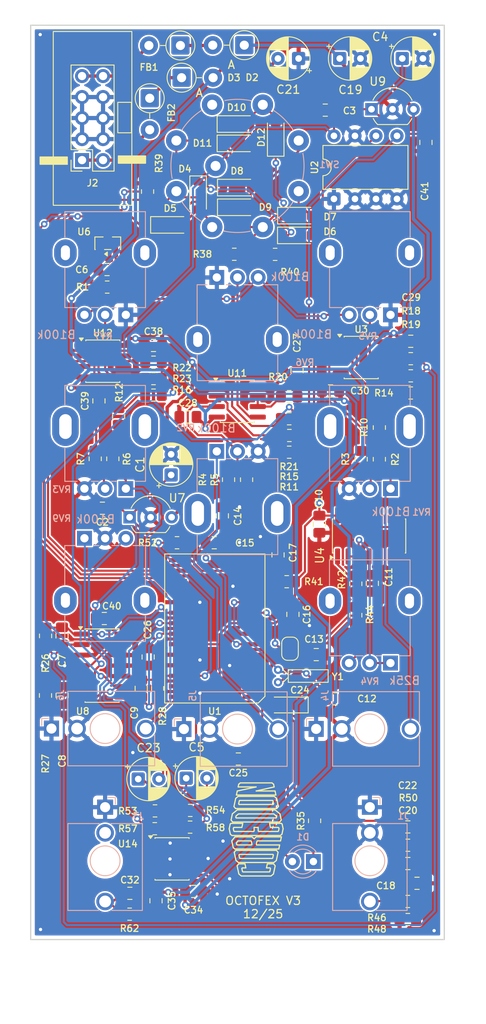
<source format=kicad_pcb>
(kicad_pcb (version 20241229) (generator "pcbnew") (generator_version "9.0")
  (layers (0 "F.Cu" signal) (2 "B.Cu" signal) (13 "F.Paste" user) (15 "B.Paste" user) (5 "F.SilkS" user "F.Silkscreen") (7 "B.SilkS" user "B.Silkscreen") (1 "F.Mask" user) (3 "B.Mask" user) (25 "Edge.Cuts" user))
  (net 0 "")
  (net 1 "GND")
  (net 2 "+12V")
  (net 3 "/+12V F")
  (net 4 "/-12V F")
  (net 5 "-12V")
  (net 6 "/+12V IN")
  (net 7 "/-12V IN")
  (net 9 "Net-(R16-Pad1)")
  (net 10 "VDDA")
  (net 11 "VDD")
  (net 12 "-10V")
  (net 13 "/pot0_cv")
  (net 14 "Net-(U8A--)")
  (net 15 "/pot1_cv")
  (net 16 "Net-(U8B--)")
  (net 17 "/pot2_cv")
  (net 18 "Net-(U8C--)")
  (net 19 "Net-(C11-Pad1)")
  (net 20 "Net-(C11-Pad2)")
  (net 21 "/osc/X2")
  (net 22 "/osc/X1")
  (net 23 "Net-(C18-Pad1)")
  (net 24 "Net-(C20-Pad1)")
  (net 25 "Net-(U1-LIN)")
  (net 26 "Net-(U1-MID)")
  (net 27 "Net-(U1-REFP)")
  (net 29 "Net-(C5-Pad1)")
  (net 30 "Net-(U1-LOUT)")
  (net 31 "Net-(C23-Pad1)")
  (net 32 "Net-(U14B--)")
  (net 33 "Net-(C32-Pad1)")
  (net 34 "Net-(U14A--)")
  (net 35 "Net-(D1-K)")
  (net 36 "Net-(R42-Pad2)")
  (net 37 "/cv_in/in0")
  (net 38 "Net-(U3A--)")
  (net 39 "/cv_in/in1")
  (net 40 "Net-(U11A--)")
  (net 41 "/cv_in/in2")
  (net 42 "Net-(U12A--)")
  (net 43 "Net-(R44-Pad1)")
  (net 44 "Net-(U3A-+)")
  (net 45 "Net-(U11A-+)")
  (net 46 "Net-(U12A-+)")
  (net 47 "Net-(RV4-Pad1)")
  (net 48 "Net-(R14-Pad1)")
  (net 49 "Net-(R15-Pad1)")
  (net 51 "Net-(U3B-+)")
  (net 52 "Net-(U11B-+)")
  (net 53 "Net-(U12B-+)")
  (net 55 "Net-(U1-CLIP)")
  (net 56 "Net-(D10-K)")
  (net 57 "Net-(D4-A)")
  (net 58 "Net-(D11-K)")
  (net 59 "Net-(U1-T0)")
  (net 62 "Net-(J1-PadT)")
  (net 63 "Net-(R53-Pad2)")
  (net 64 "Net-(R54-Pad2)")
  (net 65 "Net-(D6-A)")
  (net 66 "Net-(D12-K)")
  (net 67 "Net-(U3B--)")
  (net 68 "Net-(U11B--)")
  (net 69 "Net-(U12B--)")
  (net 70 "Net-(D8-A)")
  (net 71 "Net-(D10-A)")
  (net 73 "Net-(U1-SDA)")
  (net 74 "Net-(U1-SCK)")
  (net 75 "Net-(U8D--)")
  (footprint "Resistor_SMD:R_0805_2012Metric_Pad1.20x1.40mm_HandSolder" (layer "F.Cu") (at 156.8475 80.41 180)
    (property "Reference" "R23")
    (property "Value" "100k")
  )
  (footprint "Capacitor_SMD:C_0805_2012Metric_Pad1.18x1.45mm_HandSolder" (layer "F.Cu") (at 178.75 119.1 180)
    (property "Reference" "C12")
    (property "Value" "12pF")
  )
  (footprint "Diode_SMD:D_SOD-123" (layer "F.Cu") (at 174.1975 63.1)
    (property "Reference" "D6")
    (property "Value" "1N4148W")
  )
  (footprint "Package_SO:SOIC-8_3.9x4.9mm_P1.27mm" (layer "F.Cu") (at 181.955 77.855)
    (property "Reference" "U3")
    (property "Value" "LM358")
  )
  (footprint "Capacitor_SMD:C_0805_2012Metric_Pad1.18x1.45mm_HandSolder" (layer "F.Cu") (at 178.25 81.89)
    (property "Reference" "C30")
    (property "Value" "100nF")
  )
  (footprint "Capacitor_THT:CP_Radial_D5.0mm_P2.50mm" (layer "F.Cu") (at 160.8 128.7)
    (property "Reference" "C5")
    (property "Value" "3.3u")
  )
  (footprint "Diode_THT:D_DO-41_SOD81_P3.81mm_Vertical_AnodeUp" (layer "F.Cu") (at 160.242818 44.04)
    (property "Reference" "D3")
    (property "Value" "1N5819")
  )
  (footprint "Capacitor_SMD:C_0805_2012Metric_Pad1.18x1.45mm_HandSolder" (layer "F.Cu") (at 167.1025 126.38 180)
    (property "Reference" "C25")
    (property "Value" "100nF")
  )
  (footprint "Resistor_SMD:R_0805_2012Metric_Pad1.20x1.40mm_HandSolder" (layer "F.Cu") (at 157.03 132.65 180)
    (property "Reference" "R53")
    (property "Value" "28k")
  )
  (footprint "Resistor_SMD:R_0805_2012Metric_Pad1.20x1.40mm_HandSolder" (layer "F.Cu") (at 187.945 80.071666 180)
    (property "Reference" "R19")
    (property "Value" "100k")
  )
  (footprint "Capacitor_SMD:C_0805_2012Metric_Pad1.18x1.45mm_HandSolder" (layer "F.Cu") (at 176.9 98 -90)
    (property "Reference" "C10")
    (property "Value" "100nF")
  )
  (footprint "Resistor_SMD:R_0805_2012Metric_Pad1.20x1.40mm_HandSolder" (layer "F.Cu") (at 161.29 132.59)
    (property "Reference" "R54")
    (property "Value" "28k")
  )
  (footprint "Resistor_SMD:R_0805_2012Metric_Pad1.20x1.40mm_HandSolder" (layer "F.Cu") (at 151.93 90.1 90)
    (property "Reference" "R6")
    (property "Value" "10k")
  )
  (footprint "Resistor_SMD:R_0805_2012Metric_Pad1.20x1.40mm_HandSolder" (layer "F.Cu") (at 157.34 117.84 90)
    (property "Reference" "R28")
    (property "Value" "33k")
  )
  (footprint "Resistor_SMD:R_0805_2012Metric_Pad1.20x1.40mm_HandSolder" (layer "F.Cu") (at 187.945 82.145 180)
    (property "Reference" "R14")
    (property "Value" "20k")
  )
  (footprint "Capacitor_THT:CP_Radial_D5.0mm_P2.50mm" (layer "F.Cu") (at 186.917621 41.72)
    (property "Reference" "C4")
    (property "Value" "10u")
  )
  (footprint "Capacitor_SMD:C_0805_2012Metric_Pad1.18x1.45mm_HandSolder" (layer "F.Cu") (at 176.52 113.76)
    (property "Reference" "C13")
    (property "Value" "12pF")
  )
  (footprint "Package_TO_SOT_THT:TO-92_Inline_Wide" (layer "F.Cu") (at 153.96 97.16)
    (property "Reference" "U7")
    (property "Value" "L78L33_TO92")
  )
  (footprint "Resistor_SMD:R_0805_2012Metric_Pad1.20x1.40mm_HandSolder" (layer "F.Cu") (at 172.95 104.95 180)
    (property "Reference" "R41")
    (property "Value" "10k")
  )
  (footprint "Crystal:Crystal_DS10_D1.0mm_L4.3mm_Horizontal" (layer "F.Cu") (at 171.9 117.1 90)
    (property "Reference" "Y1")
    (property "Value" "MC-146 32.7680k-AC3")
  )
  (footprint "Capacitor_SMD:C_0805_2012Metric_Pad1.18x1.45mm_HandSolder" (layer "F.Cu") (at 183.3 105.15 90)
    (property "Reference" "C11")
    (property "Value" "1n5")
  )
  (footprint "Resistor_SMD:R_0805_2012Metric_Pad1.20x1.40mm_HandSolder" (layer "F.Cu") (at 156.8475 82.4 180)
    (property "Reference" "R16")
    (property "Value" "20k")
  )
  (footprint "Package_SO:SOIC-8_3.9x4.9mm_P1.27mm" (layer "F.Cu") (at 159.09 138.45)
    (property "Reference" "U14")
    (property "Value" "TL072")
  )
  (footprint "Capacitor_SMD:C_0805_2012Metric_Pad1.18x1.45mm_HandSolder" (layer "F.Cu") (at 150.67 96.07 180)
    (property "Reference" "C2")
    (property "Value" "100nF")
  )
  (footprint "Capacitor_SMD:C_0805_2012Metric_Pad1.18x1.45mm_HandSolder" (layer "F.Cu") (at 187.945 75.895)
    (property "Reference" "C29")
    (property "Value" "100nF")
  )
  (footprint "Diode_SMD:D_SOD-123" (layer "F.Cu") (at 166.9425 59.7)
    (property "Reference" "D9")
    (property "Value" "1N4148W")
  )
  (footprint "Resistor_SMD:R_0805_2012Metric_Pad1.20x1.40mm_HandSolder" (layer "F.Cu") (at 159.69 100.24)
    (property "Reference" "R52")
    (property "Value" "100R")
  )
  (footprint "Capacitor_SMD:C_0805_2012Metric_Pad1.18x1.45mm_HandSolder" (layer "F.Cu") (at 153.99 142.61)
    (property "Reference" "C32")
    (property "Value" "4.7pF")
  )
  (footprint "Capacitor_SMD:C_0805_2012Metric_Pad1.18x1.45mm_HandSolder" (layer "F.Cu") (at 187.6 139.014)
    (property "Reference" "C20")
    (property "Value" "1uF")
  )
  (footprint "Resistor_SMD:R_0805_2012Metric_Pad1.20x1.40mm_HandSolder" (layer "F.Cu") (at 173.25 89.3 180)
    (property "Reference" "R11")
    (property "Value" "20k")
  )
  (footprint "Diode_THT:D_DO-41_SOD81_P3.81mm_Vertical_AnodeUp" (layer "F.Cu") (at 160.1 40.15 180)
    (property "Reference" "FB1")
    (property "Value" "FerriteBead")
  )
  (footprint "Capacitor_Tantalum_SMD:CP_EIA-3216-18_Kemet-A_HandSolder" (layer "F.Cu") (at 173.05 119.85 180)
    (property "Reference" "C24")
    (property "Value" "1uF")
  )
  (footprint "Diode_SMD:D_SOD-123" (layer "F.Cu") (at 162.24 58.2725 -90)
    (property "Reference" "D4")
    (property "Value" "1N4148W")
  )
  (footprint "Resistor_SMD:R_0805_2012Metric_Pad1.20x1.40mm_HandSolder" (layer "F.Cu") (at 176.32 133.85 90)
    (property "Reference" "R35")
    (property "Value" "470R")
  )
  (footprint "Capacitor_SMD:C_0805_2012Metric_Pad1.18x1.45mm_HandSolder" (layer "F.Cu") (at 156.2 114.05 90)
    (property "Reference" "C26")
    (property "Value" "100nF")
  )
  (footprint "Capacitor_SMD:C_0805_2012Metric_Pad1.18x1.45mm_HandSolder" (layer "F.Cu") (at 189.78 51.8625 -90)
    (property "Reference" "C41")
    (property "Value" "100nF")
  )
  (footprint "Diode_SMD:D_SOD-123" (layer "F.Cu") (at 158.86 61.83)
    (property "Reference" "D5")
    (property "Value" "1N4148W")
  )
  (footprint "Capacitor_THT:CP_Radial_D5.0mm_P2.50mm" (layer "F.Cu") (at 158.98 92.05 90)
    (property "Reference" "C1")
    (property "Value" "10u")
  )
  (footprint "Capacitor_THT:CP_Radial_D5.0mm_P2.50mm" (layer "F.Cu") (at 174.39 41.72 180)
    (property "Reference" "C21")
    (property "Value" "10u")
  )
  (footprint "TG:EuroRack 10W Power" (layer "F.Cu") (at 148.21 54 180)
    (property "Reference" "J2")
    (property "Value" "Conn_02x05_Odd_Even")
  )
  (footprint "Resistor_SMD:R_0805_2012Metric_Pad1.20x1.40mm_HandSolder" (layer "F.Cu") (at 173.27 87.28 180)
    (property "Reference" "R15")
    (property "Value" "20k")
  )
  (footprint "Capacitor_SMD:C_0805_2012Metric_Pad1.18x1.45mm_HandSolder" (layer "F.Cu") (at 161.7 142.38)
    (property "Reference" "C34")
    (property "Value" "100nF")
  )
  (footprint "Resistor_SMD:R_0805_2012Metric_Pad1.20x1.40mm_HandSolder" (layer "F.Cu") (at 187.59 145.78)
    (property "Reference" "R48")
    (property "Value" "6k8")
  )
  (footprint "Capacitor_SMD:C_0805_2012Metric_Pad1.18x1.45mm_HandSolder" (layer "F.Cu") (at 177.61 47.96 180)
    (property "Reference" "C3")
    (property "Value" "100nF")
  )
  (footprint "TG:FV-1" (layer "F.Cu") (at 164.26 110.605 90)
    (property "Reference" "U1")
    (property "Value" "FV-1")
  )
  (footprint "Resistor_SMD:R_0805_2012Metric_Pad1.20x1.40mm_HandSolder" (layer "F.Cu") (at 181.95 90.15 -90)
    (property "Reference" "R3")
    (property "Value" "10k")
  )
  (footprint "Package_SO:SOIC-8_3.9x4.9mm_P1.27mm" (layer "F.Cu") (at 166.97 83.15)
    (property "Reference" "U11")
    (property "Value" "LM358")
  )
  (footprint "Capacitor_THT:CP_Radial_D5.0mm_P2.50mm" (layer "F.Cu") (at 179.36 41.72)
    (property "Reference" "C19")
    (property "Value" "10u")
  )
  (footprint "Capacitor_SMD:C_0805_2012Metric_Pad1.18x1.45mm_HandSolder" (layer "F.Cu") (at 173.7 108.9 -90)
    (property "Reference" "C16")
    (property "Value" "1uF")
  )
  (footprint "Resistor_SMD:R_0805_2012Metric_Pad1.20x1.40mm_HandSolder" (layer "F.Cu") (at 161.27 134.61 180)
    (property "Reference" "R58")
    (property "Value" "28k")
  )
  (footprint "Capacitor_SMD:C_0805_2012Metric_Pad1.18x1.45mm_HandSolder" (layer "F.Cu") (at 155.36 117.84 90)
    (property "Reference" "C9")
    (property "Value" "4.7nF")
  )
  (footprint "Resistor_SMD:R_0805_2012Metric_Pad1.20x1.40mm_HandSolder" (layer "F.Cu") (at 143.79 118.7 90)
    (property "Reference" "R27")
    (property "Value" "33k")
  )
  (footprint "Diode_SMD:D_SOD-123" (layer "F.Cu") (at 166.9425 57.32)
    (property "Reference" "D8")
    (property "Value" "1N4148W")
  )
  (footprint "Resistor_SMD:R_0805_2012Metric_Pad1.20x1.40mm_HandSolder" (layer "F.Cu") (at 184.15 90.15 90)
    (property "Reference" "R2")
    (property "Value" "10k")
  )
  (footprint "Resistor_SMD:R_0805_2012Metric_Pad1.20x1.40mm_HandSolder" (layer "F.Cu") (at 187.945 77.998333 180)
    (property "Reference" "R18")
    (property "Value" "100k")
  )
  (footprint "Capacitor_SMD:C_0805_2012Metric_Pad1.18x1.45mm_HandSolder" (layer "F.Cu") (at 157.15 143.51 90)
    (property "Reference" "C35")
    (property "Value" "100nF")
  )
  (footprint "Diode_SMD:D_SOD-123" (layer "F.Cu") (at 166.8975 49.64)
    (property "Reference" "D10")
    (property "Value" "1N4148W")
  )
  (footprint "Capacitor_SMD:C_0805_2012Metric_Pad1.18x1.45mm_HandSolder" (layer "F.Cu") (at 187.6 134.586)
    (property "Reference" "C22")
    (property "Value" "1nF")
  )
  (footprint "Capacitor_SMD:C_0805_2012Metric_Pad1.18x1.45mm_HandSolder" (layer "F.Cu") (at 174.2 79.45 90)
    (property "Reference" "C27")
    (property "Value" "100nF")
  )
  (footprint "Resistor_SMD:R_0805_2012Metric_Pad1.20x1.40mm_HandSolder" (layer "F.Cu") (at 187.59 143.596)
    (property "Reference" "R46")
    (property "Value" "36k")
  )
  (footprint "Capacitor_SMD:C_0805_2012Metric_Pad1.18x1.45mm_HandSolder" (layer "F.Cu") (at 161.01 85.04)
    (property "Reference" "C28")
    (property "Value" "100nF")
  )
  (footprint "Resistor_SMD:R_0805_2012Metric_Pad1.20x1.40mm_HandSolder" (layer "F.Cu") (at 166.61 65.38)
    (property "Reference" "R38")
    (property "Value" "100k")
  )
  (footprint "Resistor_SMD:R_0805_2012Metric_Pad1.20x1.40mm_HandSolder" (layer "F.Cu") (at 181.3 109 90)
    (property "Reference" "R44")
    (property "Value" "4k7")
  )
  (footprint "Capacitor_SMD:C_0805_2012Metric_Pad1.18x1.45mm_HandSolder" (layer "F.Cu") (at 164.19 100.24)
    (property "Reference" "C15")
    (property "Value" "100nF")
  )
  (footprint "Capacitor_SMD:C_0805_2012Metric_Pad1.18x1.45mm_HandSolder" (layer "F.Cu") (at 188.7 141.4)
    (property "Reference" "C18")
    (property "Value" "220pF")
  )
  (footprint "Resistor_SMD:R_0805_2012Metric_Pad1.20x1.40mm_HandSolder" (layer "F.Cu") (at 156.13 57.8 -90)
    (property "Reference" "R39")
    (property "Value" "100k")
  )
  (footprint "Diode_SMD:D_SOD-123" (layer "F.Cu") (at 171.62 51.17 90)
    (property "Reference" "D12")
    (property "Value" "1N4148W")
  )
  (footprint "Diode_THT:D_DO-41_SOD81_P3.81mm_Vertical_AnodeUp" (layer "F.Cu") (at 156.39 46.522818 -90)
    (property "Reference" "FB2")
    (property "Value" "FerriteBead")
  )
  (footprint "Resistor_SMD:R_0805_2012Metric_Pad1.20x1.40mm_HandSolder" (layer "F.Cu") (at 181.3 105.2 90)
    (property "Reference" "R42")
    (property "Value" "10k")
  )
  (footprint "Diode_SMD:D_SOD-123" (layer "F.Cu") (at 174.21 60.71)
    (property "Reference" "D7")
    (property "Value" "1N4148W")
  )
  (footprint "Capacitor_THT:CP_Radial_D5.0mm_P2.50mm" (layer "F.Cu") (at 155 128.8)
    (property "Reference" "C23")
    (property "Value" "3.3u")
  )
  (footprint "Jumper:SolderJumper-2_P1.3mm_Open_RoundedPad1.0x1.5mm" (layer "F.Cu") (at 173.35 113.05 -90)
    (property "Reference" "JP5" (hide yes))
    (property "Value" "Jumper_NO_Small")
  )
  (footprint "Resistor_SMD:R_0805_2012Metric_Pad1.20x1.40mm_HandSolder" (layer "F.Cu") (at 143.8 111.5 -90)
    (property "Reference" "R26")
    (property "Value" "33k")
  )
  (footprint "Package_SO:SOIC-14_3.9x8.7mm_P1.27mm" (layer "F.Cu") (at 182.91 99.425 90)
    (property "Reference" "U4")
    (property "Value" "4069")
  )
  (footprint "Resistor_SMD:R_0805_2012Metric_Pad1.20x1.40mm_HandSolder" (layer "F.Cu") (at 165.92 92.62 90)
    (property "Reference" "R4")
    (property "Value" "10k")
  )
  (footprint "Resistor_SMD:R_0805_2012Metric_Pad1.20x1.40mm_HandSolder" (layer "F.Cu") (at 156.8475 78.42 180)
    (property "Reference" "R22")
    (property "Value" "100k")
  )
  (footprint "Capacitor_SMD:C_0805_2012Metric_Pad1.18x1.45mm_HandSolder" (layer "F.Cu") (at 145.79 111.5 -90)
    (property "Reference" "C7")
    (property "Value" "4.7nF")
  )
  (footprint "Package_SO:SOIC-14_3.9x8.7mm_P1.27mm" (layer "F.Cu") (at 150.63 115.09)
    (property "Reference" "U8")
    (property "Value" "MCP6004")
  )
  (footprint "Package_TO_SOT_SMD:SOT-23" (layer "F.Cu") (at 151.32 64.0475 90)
    (property "Reference" "U6")
    (property "Value" "LM4040DBZ-10")
  )
  (footprint "Capacitor_SMD:C_0805_2012Metric_Pad1.18x1.45mm_HandSolder" (layer "F.Cu") (at 151.23 67.225 180)
    (property "Reference" "C6")
    (property "Value" "100nF")
  )
  (footprint "Diode_SMD:D_SOD-123" (layer "F.Cu") (at 166.8975 51.98)
    (property "Reference" "D11")
    (property "Value" "1N4148W")
  )
  (footprint "Diode_THT:D_DO-41_SOD81_P3.81mm_Vertical_AnodeUp" (layer "F.Cu") (at 167.82 40.11 180)
    (property "Reference" "D2")
    (property "Value" "1N5819")
  )
  (footprint "Resistor_SMD:R_0805_2012Metric_Pad1.20x1.40mm_HandSolder" (layer "F.Cu") (at 173.25 85.26 180)
    (property "Reference" "R21")
    (property "Value" "100k")
  )
  (footprint "Resistor_SMD:R_0805_2012Metric_Pad1.20x1.40mm_HandSolder" (layer "F.Cu") (at 184.15 86.32 -90)
    (property "Reference" "R10")
    (property "Value" "20k")
  )
  (footprint "Capacitor_SMD:C_0805_2012Metric_Pad1.18x1.45mm_HandSolder" (layer "F.Cu") (at 165.17 96.99 90)
    (property "Reference" "C14")
    (property "Value" "1uF")
  )
  (footprint "Capacitor_SMD:C_0805_2012Metric_Pad1.18x1.45mm_HandSolder" (layer "F.Cu") (at 145.8 118.7 90)
    (property "Reference" "C8")
    (property "Value" "4.7nF")
  )
  (footprint "Capacitor_SMD:C_0805_2012Metric_Pad1.18x1.45mm_HandSolder" (layer "F.Cu") (at 150.9 109.4)
    (property "Reference" "C40")
    (property "Value" "100nF")
  )
  (footprint "Resistor_SMD:R_0805_2012Metric_Pad1.20x1.40mm_HandSolder" (layer "F.Cu") (at 173.25 82.58 180)
    (property "Reference" "R20")
    (property "Value" "100k")
  )
  (footprint "Resistor_SMD:R_0805_2012Metric_Pad1.20x1.40mm_HandSolder" (layer "F.Cu") (at 149.8 90.1 -90)
    (property "Reference" "R7")
    (property "Value" "10k")
  )
  (footprint "Resistor_SMD:R_0805_2012Metric_Pad1.20x1.40mm_HandSolder" (layer "F.Cu") (at 168.1 92.6225 -90)
    (property "Reference" "R5")
    (property "Value" "10k")
  )
  (footprint "Capacitor_SMD:C_0805_2012Metric_Pad1.18x1.45mm_HandSolder" (layer "F.Cu") (at 171.9 101.7125 90)
    (property "Reference" "C17")
    (property "Value" "100nF")
  )
  (footprint "Capacitor_SMD:C_0805_2012Metric_Pad1.18x1.45mm_HandSolder" (layer "F.Cu") (at 156.8475 76.4)
    (property "Reference" "C38")
    (property "Value" "100nF")
  )
  (footprint "Resistor_SMD:R_0805_2012Metric_Pad1.20x1.40mm_HandSolder" (layer "F.Cu") (at 187.6 136.8)
    (property "Reference" "R50")
    (property "Value" "1k")
  )
  (footprint "Package_TO_SOT_THT:TO-92_Inline_Wide" (layer "F.Cu") (at 183.2 47.85)
    (property "Reference" "U9")
    (property "Value" "L78L33_TO92")
  )
  (footprint "Resistor_SMD:R_0805_2012Metric_Pad1.20x1.40mm_HandSolder" (layer "F.Cu") (at 151.25 69.345)
    (property "Reference" "R1")
    (property "Value" "470R")
  )
  (footprint "Package_DIP:DIP-8_W7.62mm" (layer "F.Cu") (at 178.66 58.69 90)
    (property "Reference" "U2")
    (property "Value" "24LC32")
  )
  (footprint "Package_SO:SOIC-8_3.9x4.9mm_P1.27mm" (layer "F.Cu") (at 150.72 78.3)
    (property "Reference" "U12")
    (property "Value" "LM358")
  )
  (footprint "Resistor_SMD:R_0805_2012Metric_Pad1.20x1.40mm_HandSolder" (layer "F.Cu") (at 153.96 145.13 180)
    (property "Reference" "R62")
    (property "Value" "430k")
  )
  (footprint "Resistor_SMD:R_0805_2012Metric_Pad1.20x1.40mm_HandSolder" (layer "F.Cu") (at 152.63 84.98 -90)
    (property "Reference" "R12")
    (property "Value" "20k")
  )
  (footprint "Capacitor_SMD:C_0805_2012Metric_Pad1.18x1.45mm_HandSolder" (layer "F.Cu") (at 150.25 83.1 90)
    (property "Reference" "C39")
    (property "Value" "100nF")
  )
  (footprint "Resistor_SMD:R_0805_2012Metric_Pad1.20x1.40mm_HandSolder" (layer "F.Cu") (at 171.55 65.39)
    (property "Reference" "R40")
    (property "Value" "100k")
  )
  (footprint "Resistor_SMD:R_0805_2012Metric_Pad1.20x1.40mm_HandSolder" (layer "F.Cu") (at 157 134.8)
    (property "Reference" "R57")
    (property "Value" "28k")
  )
  (footprint "TG:Potentiometer_Alpha_RD901F-40-00D_Single_Vertical OVAL" (layer "B.Cu") (at 185.5 93.7 90)
    (property "Reference" "RV1")
    (property "Value" "B100k")
  )
  (footprint "TG:Potentiometer_Alpha_RD901F-40-00D_Single_Vertical OVAL" (layer "B.Cu") (at 164.5 89.2 -90)
    (property "Reference" "RV2")
    (property "Value" "B100k")
  )
  (footprint "Potentiometer_THT:Potentiometer_Alpha_RD901F-40-00D_Single_Vertical" (layer "B.Cu") (at 164.5 68.18 -90)
    (property "Reference" "RV6")
    (property "Value" "B100k")
  )
  (footprint "Potentiometer_THT:Potentiometer_Alpha_RD901F-40-00D_Single_Vertical" (layer "B.Cu") (at 153.5 72.7 90)
    (property "Reference" "RV7")
    (property "Value" "B100k")
  )
  (footprint "TG:Jack_3.5mm_QingPu_WQP-PJ398SM_Vertical_CircularHoles" (layer "B.Cu") (at 183 132.2 180)
    (property "Reference" "J1")
    (property "Value" "AudioJack2_SwitchT")
  )
  (footprint "TG:Jack_3.5mm_QingPu_WQP-PJ398SM_Vertical_CircularHoles" (layer "B.Cu") (at 151 132.2 180)
    (property "Reference" "J3")
    (property "Value" "AudioJack2_SwitchT")
  )
  (footprint "TG:Jack_3.5mm_QingPu_WQP-PJ398SM_Vertical_CircularHoles" (layer "B.Cu") (at 160.52 122.76 -90)
    (property "Reference" "J5")
    (property "Value" "AudioJack2_SwitchT")
  )
  (footprint "Potentiometer_THT:Potentiometer_Alpha_RD901F-40-00D_Single_Vertical" (layer "B.Cu") (at 148.5 99.7 -90)
    (property "Reference" "RV9")
    (property "Value" "B100k")
  )
  (footprint "TG:Potentiometer_Alpha_RD901F-40-00D_Single_Vertical OVAL" (layer "B.Cu") (at 153.5 93.7 90)
    (property "Reference" "RV3")
    (property "Value" "B100k")
  )
  (footprint "Potentiometer_THT:Potentiometer_Alpha_RD901F-40-00D_Single_Vertical" (layer "B.Cu") (at 185.5 72.7 90)
    (property "Reference" "RV5")
    (property "Value" "B100k")
  )
  (footprint "TG:8P1T SW" (layer "B.Cu") (at 167 54.7)
    (property "Reference" "SW1")
    (property "Value" "SW_Rotary_1x8_MP")
  )
  (footprint "TG:Jack_3.5mm_QingPu_WQP-PJ398SM_Vertical_CircularHoles" (layer "B.Cu") (at 144.51 122.7 -90)
    (property "Reference" "J6")
    (property "Value" "AudioJack2_SwitchT")
  )
  (footprint "Potentiometer_THT:Potentiometer_Alpha_RD901F-40-00D_Single_Vertical" (layer "B.Cu") (at 185.49 114.78 90)
    (property "Reference" "RV4")
    (property "Value" "B25k")
  )
  (footprint "LED_THT:LED_D3.0mm" (layer "B.Cu") (at 176.175 138.77 180)
    (property "Reference" "D1")
    (property "Value" "LED")
  )
  (footprint "TG:Jack_3.5mm_QingPu_WQP-PJ398SM_Vertical_CircularHoles" (layer "B.Cu") (at 176.51 122.74 -90)
    (property "Reference" "J4")
    (property "Value" "AudioJack2_SwitchT")
  )
  (gr_line (start 166.30743 136.265741) (end 166.485456 137.095147) (stroke (width 0.15)) (layer "F.SilkS"))
  (gr_line (start 165.995692 134.80924) (end 166.117907 134.236536) (stroke (width 0.15)) (layer "F.SilkS"))
  (gr_line (start 171.906701 137.657129) (end 171.694311 138.645957) (stroke (width 0.15)) (layer "F.SilkS"))
  (gr_line (start 168.930138 135.135318) (end 166.631313 135.135318) (stroke (width 0.15)) (layer "F.SilkS"))
  (gr_curve (pts (xy 169.427007 136.276464) (xy 169.388509 136.276464) (xy 169.355565 136.303594) (xy 169.347684 136.340801)) (stroke (width 0.15)) (layer "F.SilkS"))
  (gr_line (start 170.608331 139.048516) (end 171.364098 139.048516) (stroke (width 0.15)) (layer "F.SilkS"))
  (gr_line (start 166.221648 133.754524) (end 166.414659 133.994045) (stroke (width 0.15)) (layer "F.SilkS"))
  (gr_line (start 167.054672 136.276464) (end 166.861531 136.515984) (stroke (width 0.15)) (layer "F.SilkS"))
  (gr_line (start 166.216609 134.157084) (end 166.414659 134.157084) (stroke (width 0.15)) (layer "F.SilkS"))
  (gr_line (start 169.5 135.053799) (end 169.5 134.646201) (stroke (width 0.15)) (layer "F.SilkS"))
  (gr_line (start 167.225592 131.874148) (end 171.287617 131.874148) (stroke (width 0.15)) (layer "F.SilkS"))
  (gr_line (start 166.973798 132.526176) (end 171.539282 132.526176) (stroke (width 0.15)) (layer "F.SilkS"))
  (gr_line (start 170.981434 134.646201) (end 171.916003 134.646201) (stroke (width 0.15)) (layer "F.SilkS"))
  (gr_line (start 171.43412 129.754768) (end 171.363324 129.425202) (stroke (width 0.15)) (layer "F.SilkS"))
  (gr_line (start 169.5 134.646201) (end 169.011658 134.646201) (stroke (width 0.15)) (layer "F.SilkS"))
  (gr_line (start 167.904103 139.048516) (end 167.148335 139.048516) (stroke (width 0.15)) (layer "F.SilkS"))
  (gr_line (start 171.165919 129.26578) (end 171.363324 129.425202) (stroke (width 0.15)) (layer "F.SilkS"))
  (gr_curve (pts (xy 171.960961 135.070852) (xy 171.951918 135.108059) (xy 171.91962 135.135319) (xy 171.880346 135.135319)) (stroke (width 0.15)) (layer "F.SilkS"))
  (gr_line (start 169.256217 130.243886) (end 171.539282 130.243886) (stroke (width 0.15)) (layer "F.SilkS"))
  (gr_curve (pts (xy 169.5 135.053799) (xy 169.5 135.098758) (xy 169.537207 135.135319) (xy 169.582295 135.135319)) (stroke (width 0.15)) (layer "F.SilkS"))
  (gr_line (start 170.503944 139.537634) (end 170.902887 139.537634) (stroke (width 0.15)) (layer "F.SilkS"))
  (gr_line (start 166.798615 137.417608) (end 166.605603 137.657129) (stroke (width 0.15)) (layer "F.SilkS"))
  (gr_line (start 167.148981 129.425202) (end 167.346385 129.26578) (stroke (width 0.15)) (layer "F.SilkS"))
  (gr_line (start 172.097646 134.157084) (end 172.295825 134.157084) (stroke (width 0.15)) (layer "F.SilkS"))
  (gr_line (start 166.414659 133.994045) (end 172.097646 133.994045) (stroke (width 0.15)) (layer "F.SilkS"))
  (gr_curve (pts (xy 171.690177 133.282719) (xy 171.685009 133.264761) (xy 171.675707 133.248354) (xy 171.661496 133.236856)) (stroke (width 0.15)) (layer "F.SilkS"))
  (gr_line (start 171.43412 130.895913) (end 171.729451 131.134788) (stroke (width 0.15)) (layer "F.SilkS"))
  (gr_line (start 166.117907 134.236536) (end 166.216609 134.157084) (stroke (width 0.15)) (layer "F.SilkS"))
  (gr_curve (pts (xy 166.858689 133.502214) (xy 166.864502 133.503635) (xy 166.870187 133.504281) (xy 166.875871 133.504281)) (stroke (width 0.15)) (layer "F.SilkS"))
  (gr_line (start 166.551989 135.070852) (end 166.499021 134.826423) (stroke (width 0.15)) (layer "F.SilkS"))
  (gr_line (start 166.499021 134.792058) (end 166.516978 134.710539) (stroke (width 0.15)) (layer "F.SilkS"))
  (gr_line (start 166.135865 135.464885) (end 166.333269 135.624307) (stroke (width 0.15)) (layer "F.SilkS"))
  (gr_line (start 166.954548 139.28739) (end 167.148335 139.048516) (stroke (width 0.15)) (layer "F.SilkS"))
  (gr_line (start 167.148335 138.885477) (end 171.364098 138.885477) (stroke (width 0.15)) (layer "F.SilkS"))
  (gr_curve (pts (xy 172.013413 134.826423) (xy 172.01548 134.814925) (xy 172.01548 134.803556) (xy 172.013413 134.792058)) (stroke (width 0.15)) (layer "F.SilkS"))
  (gr_curve (pts (xy 167.145493 131.775446) (xy 167.136191 131.819759) (xy 167.164097 131.86265) (xy 167.208409 131.872727)) (stroke (width 0.15)) (layer "F.SilkS"))
  (gr_line (start 167.635902 134.157084) (end 167.53087 134.646201) (stroke (width 0.15)) (layer "F.SilkS"))
  (gr_line (start 166.782207 131.134788) (end 167.078313 130.895913) (stroke (width 0.15)) (layer "F.SilkS"))
  (gr_line (start 171.43412 130.895913) (end 167.078313 130.895913) (stroke (width 0.15)) (layer "F.SilkS"))
  (gr_line (start 170.982985 139.636206) (end 170.912963 139.962285) (stroke (width 0.15)) (layer "F.SilkS"))
  (gr_line (start 170.503944 139.537634) (end 170.608331 139.048516) (stroke (width 0.15)) (layer "F.SilkS"))
  (gr_line (start 171.557885 139.28739) (end 171.345495 140.27622) (stroke (width 0.15)) (layer "F.SilkS"))
  (gr_line (start 171.712914 137.25457) (end 171.993259 137.25457) (stroke (width 0.15)) (layer "F.SilkS"))
  (gr_curve (pts (xy 166.981033 136.765452) (xy 166.942405 136.765452) (xy 166.909461 136.739097) (xy 166.900934 136.701115)) (stroke (width 0.15)) (layer "F.SilkS"))
  (gr_curve (pts (xy 167.153374 133.015293) (xy 167.13477 133.015293) (xy 167.116813 133.021623) (xy 167.101826 133.033767)) (stroke (width 0.15)) (layer "F.SilkS"))
  (gr_line (start 171.364098 138.885477) (end 171.39898 138.885477) (stroke (width 0.15)) (layer "F.SilkS"))
  (gr_curve (pts (xy 166.631313 135.135319) (xy 166.592684 135.135319) (xy 166.55987 135.108059) (xy 166.551989 135.070852)) (stroke (width 0.15)) (layer "F.SilkS"))
  (gr_line (start 171.39898 138.885477) (end 171.694311 138.645957) (stroke (width 0.15)) (layer "F.SilkS"))
  (gr_line (start 166.570593 132.124392) (end 166.764379 132.363136) (stroke (width 0.15)) (layer "F.SilkS"))
  (gr_curve (pts (xy 171.366941 131.775446) (xy 171.368233 131.781131) (xy 171.369008 131.786815) (xy 171.369008 131.792629)) (stroke (width 0.15)) (layer "F.SilkS"))
  (gr_line (start 166.570593 132.124392) (end 166.782983 131.135433) (stroke (width 0.15)) (layer "F.SilkS"))
  (gr_line (start 168.7671 135.787346) (end 166.694229 135.787346) (stroke (width 0.15)) (layer "F.SilkS"))
  (gr_line (start 166.30743 136.265741) (end 166.694229 135.787346) (stroke (width 0.15)) (layer "F.SilkS"))
  (gr_line (start 169.277662 136.66675) (end 169.347684 136.340801) (stroke (width 0.15)) (layer "F.SilkS"))
  (gr_line (start 172.295825 134.157084) (end 172.393752 134.236536) (stroke (width 0.15)) (layer "F.SilkS"))
  (gr_curve (pts (xy 171.261779 138.331377) (xy 171.254028 138.36923) (xy 171.220955 138.395714) (xy 171.182456 138.395714)) (stroke (width 0.15)) (layer "F.SilkS"))
  (gr_line (start 169.011658 135.053799) (end 169.011658 134.646201) (stroke (width 0.15)) (layer "F.SilkS"))
  (gr_line (start 171.43412 129.754768) (end 169.256217 130.243886) (stroke (width 0.15)) (layer "F.SilkS"))
  (gr_line (start 168.7463 136.66675) (end 168.676278 136.340801) (stroke (width 0.15)) (layer "F.SilkS"))
  (gr_line (start 167.462916 140.51574) (end 171.050164 140.51574) (stroke (width 0.15)) (layer "F.SilkS"))
  (gr_line (start 171.690177 133.282719) (end 171.716532 133.406355) (stroke (width 0.15)) (layer "F.SilkS"))
  (gr_line (start 171.74883 132.363136) (end 171.941841 132.124392) (stroke (width 0.15)) (layer "F.SilkS"))
  (gr_line (start 168.009264 139.537634) (end 167.609548 139.537634) (stroke (width 0.15)) (layer "F.SilkS"))
  (gr_line (start 167.166939 140.27622) (end 166.955324 139.28739) (stroke (width 0.15)) (layer "F.SilkS"))
  (gr_line (start 167.113324 138.885477) (end 167.148335 138.885477) (stroke (width 0.15)) (layer "F.SilkS"))
  (gr_line (start 166.796548 133.405708) (end 166.823032 133.282719) (stroke (width 0.15)) (layer "F.SilkS"))
  (gr_curve (pts (xy 168.59618 136.276464) (xy 168.634808 136.276464) (xy 168.668397 136.303594) (xy 168.676278 136.340801)) (stroke (width 0.15)) (layer "F.SilkS"))
  (gr_line (start 169.427007 136.276464) (end 172.202807 136.276464) (stroke (width 0.15)) (layer "F.SilkS"))
  (gr_line (start 166.682859 137.25457) (end 171.712914 137.25457) (stroke (width 0.15)) (layer "F.SilkS"))
  (gr_line (start 166.973798 130.243886) (end 169.256217 129.754768) (stroke (width 0.15)) (layer "F.SilkS"))
  (gr_line (start 169.011658 136.031904) (end 169.256217 135.787346) (stroke (width 0.15)) (layer "F.SilkS"))
  (gr_line (start 166.868766 130.732874) (end 171.43412 130.732874) (stroke (width 0.15)) (layer "F.SilkS"))
  (gr_line (start 171.296919 131.449368) (end 171.366941 131.775446) (stroke (width 0.15)) (layer "F.SilkS"))
  (gr_curve (pts (xy 166.850808 133.236856) (xy 166.836597 133.248354) (xy 166.82652 133.264761) (xy 166.823032 133.282719)) (stroke (width 0.15)) (layer "F.SilkS"))
  (gr_curve (pts (xy 169.277663 136.66675) (xy 169.268361 136.711192) (xy 169.295491 136.754083) (xy 169.339804 136.764031)) (stroke (width 0.15)) (layer "F.SilkS"))
  (gr_line (start 170.877048 134.157084) (end 172.097646 134.157084) (stroke (width 0.15)) (layer "F.SilkS"))
  (gr_line (start 171.165919 129.26578) (end 167.346385 129.26578) (stroke (width 0.15)) (layer "F.SilkS"))
  (gr_line (start 172.013413 134.792058) (end 171.996101 134.710539) (stroke (width 0.15)) (layer "F.SilkS"))
  (gr_line (start 171.557885 139.28739) (end 171.364098 139.048516) (stroke (width 0.15)) (layer "F.SilkS"))
  (gr_line (start 166.817994 138.645957) (end 166.605603 137.657129) (stroke (width 0.15)) (layer "F.SilkS"))
  (gr_curve (pts (xy 166.499021 134.792058) (xy 166.496954 134.803556) (xy 166.496954 134.814925) (xy 166.499021 134.826423)) (stroke (width 0.15)) (layer "F.SilkS"))
  (gr_line (start 171.643668 130.732874) (end 171.539282 130.243886) (stroke (width 0.15)) (layer "F.SilkS"))
  (gr_line (start 171.410607 133.033767) (end 171.661497 133.236855) (stroke (width 0.15)) (layer "F.SilkS"))
  (gr_curve (pts (xy 171.252477 137.906597) (xy 171.258162 137.906597) (xy 171.26333 137.907372) (xy 171.269789 137.908793)) (stroke (width 0.15)) (layer "F.SilkS"))
  (gr_line (start 167.153373 133.015293) (end 171.359189 133.015293) (stroke (width 0.15)) (layer "F.SilkS"))
  (gr_curve (pts (xy 166.796548 133.406354) (xy 166.787246 133.450667) (xy 166.815151 133.492913) (xy 166.858689 133.502214)) (stroke (width 0.15)) (layer "F.SilkS"))
  (gr_line (start 169.011658 136.031904) (end 168.7671 135.787346) (stroke (width 0.15)) (layer "F.SilkS"))
  (gr_line (start 167.260603 137.906596) (end 171.252477 137.906596) (stroke (width 0.15)) (layer "F.SilkS"))
  (gr_line (start 166.973798 130.243886) (end 166.868766 130.732874) (stroke (width 0.15)) (layer "F.SilkS"))
  (gr_curve (pts (xy 168.930139 135.135319) (xy 168.975226 135.135319) (xy 169.011658 135.098758) (xy 169.011658 135.053799)) (stroke (width 0.15)) (layer "F.SilkS"))
  (gr_line (start 166.414659 134.157084) (end 167.635902 134.157084) (stroke (width 0.15)) (layer "F.SilkS"))
  (gr_curve (pts (xy 171.410607 133.033767) (xy 171.396138 133.021623) (xy 171.37831 133.015293) (xy 171.359189 133.015293)) (stroke (width 0.15)) (layer "F.SilkS"))
  (gr_line (start 166.333269 135.624307) (end 172.179036 135.624307) (stroke (width 0.15)) (layer "F.SilkS"))
  (gr_curve (pts (xy 166.596302 134.646201) (xy 166.558449 134.646201) (xy 166.524859 134.672685) (xy 166.516978 134.710538)) (stroke (width 0.15)) (layer "F.SilkS"))
  (gr_curve (pts (xy 168.74785 136.683932) (xy 168.74785 136.678248) (xy 168.747075 136.672563) (xy 168.7463 136.66675)) (stroke (width 0.15)) (layer "F.SilkS"))
  (gr_line (start 169.356986 136.765452) (end 172.097646 136.765452) (stroke (width 0.15)) (layer "F.SilkS"))
  (gr_line (start 167.054672 136.276464) (end 168.59618 136.276464) (stroke (width 0.15)) (layer "F.SilkS"))
  (gr_curve (pts (xy 171.369008 131.792629) (xy 171.369008 131.837587) (xy 171.332576 131.874148) (xy 171.287617 131.874148)) (stroke (width 0.15)) (layer "F.SilkS"))
  (gr_curve (pts (xy 167.609547 139.537634) (xy 167.56446 139.537634) (xy 167.528028 139.574066) (xy 167.528028 139.619154)) (stroke (width 0.15)) (layer "F.SilkS"))
  (gr_line (start 166.596302 134.646201) (end 167.53087 134.646201) (stroke (width 0.15)) (layer "F.SilkS"))
  (gr_line (start 171.43412 130.732874) (end 171.643668 130.732874) (stroke (width 0.15)) (layer "F.SilkS"))
  (gr_line (start 167.679569 140.026622) (end 170.83209 140.026622) (stroke (width 0.15)) (layer "F.SilkS"))
  (gr_line (start 167.250525 138.331377) (end 167.180504 138.005298) (stroke (width 0.15)) (layer "F.SilkS"))
  (gr_line (start 166.221648 133.754524) (end 166.381845 133.004441) (stroke (width 0.15)) (layer "F.SilkS"))
  (gr_line (start 171.906701 137.657129) (end 171.712914 137.417608) (stroke (width 0.15)) (layer "F.SilkS"))
  (gr_line (start 166.875871 133.504281) (end 171.636433 133.504281) (stroke (width 0.15)) (layer "F.SilkS"))
  (gr_line (start 172.097646 133.994045) (end 172.291432 133.754524) (stroke (width 0.15)) (layer "F.SilkS"))
  (gr_line (start 169.582295 135.135318) (end 171.880346 135.135318) (stroke (width 0.15)) (layer "F.SilkS"))
  (gr_curve (pts (xy 167.295613 131.385031) (xy 167.256985 131.385031) (xy 167.223395 131.412161) (xy 167.215515 131.449368)) (stroke (width 0.15)) (layer "F.SilkS"))
  (gr_line (start 166.973798 132.526176) (end 166.381845 133.004441) (stroke (width 0.15)) (layer "F.SilkS"))
  (gr_line (start 166.798615 137.417608) (end 171.712914 137.417608) (stroke (width 0.15)) (layer "F.SilkS"))
  (gr_curve (pts (xy 167.208409 131.872727) (xy 167.214093 131.873373) (xy 167.219778 131.874148) (xy 167.225591 131.874148)) (stroke (width 0.15)) (layer "F.SilkS"))
  (gr_line (start 171.730226 131.135433) (end 171.941841 132.124392) (stroke (width 0.15)) (layer "F.SilkS"))
  (gr_curve (pts (xy 167.250525 138.331377) (xy 167.258406 138.36923) (xy 167.291996 138.395714) (xy 167.329978 138.395714)) (stroke (width 0.15)) (layer "F.SilkS"))
  (gr_curve (pts (xy 171.269789 137.908793) (xy 171.313197 137.918095) (xy 171.341103 137.961761) (xy 171.331801 138.005299)) (stroke (width 0.15)) (layer "F.SilkS"))
  (gr_line (start 172.394268 134.236536) (end 172.516741 134.808465) (stroke (width 0.15)) (layer "F.SilkS"))
  (gr_line (start 166.817994 138.645957) (end 167.113324 138.885477) (stroke (width 0.15)) (layer "F.SilkS"))
  (gr_line (start 172.376439 135.464885) (end 172.179036 135.624307) (stroke (width 0.15)) (layer "F.SilkS"))
  (gr_line (start 167.166939 140.27622) (end 167.462916 140.51574) (stroke (width 0.15)) (layer "F.SilkS"))
  (gr_curve (pts (xy 171.916003 134.646201) (xy 171.95476 134.646201) (xy 171.987575 134.672685) (xy 171.996101 134.710538)) (stroke (width 0.15)) (layer "F.SilkS"))
  (gr_line (start 171.050164 140.51574) (end 171.345495 140.27622) (stroke (width 0.15)) (layer "F.SilkS"))
  (gr_line (start 167.295613 131.38503) (end 171.216821 131.38503) (stroke (width 0.15)) (layer "F.SilkS"))
  (gr_curve (pts (xy 171.716532 133.406354) (xy 171.717307 133.411393) (xy 171.718082 133.417853) (xy 171.718082 133.423537)) (stroke (width 0.15)) (layer "F.SilkS"))
  (gr_line (start 172.13046 133.004441) (end 171.539282 132.526176) (stroke (width 0.15)) (layer "F.SilkS"))
  (gr_line (start 167.329978 138.395714) (end 171.182456 138.395714) (stroke (width 0.15)) (layer "F.SilkS"))
  (gr_curve (pts (xy 168.66633 136.765452) (xy 168.711289 136.765452) (xy 168.74785 136.72902) (xy 168.74785 136.683932)) (stroke (width 0.15)) (layer "F.SilkS"))
  (gr_curve (pts (xy 167.600246 139.962285) (xy 167.608126 139.999492) (xy 167.640941 140.026622) (xy 167.679569 140.026622)) (stroke (width 0.15)) (layer "F.SilkS"))
  (gr_line (start 168.009264 139.537634) (end 167.904103 139.048516) (stroke (width 0.15)) (layer "F.SilkS"))
  (gr_line (start 170.981434 134.646201) (end 170.877048 134.157084) (stroke (width 0.15)) (layer "F.SilkS"))
  (gr_curve (pts (xy 171.216821 131.385031) (xy 171.25532 131.385031) (xy 171.288909 131.412161) (xy 171.296919 131.449368)) (stroke (width 0.15)) (layer "F.SilkS"))
  (gr_line (start 172.013413 134.826423) (end 171.960961 135.070852) (stroke (width 0.15)) (layer "F.SilkS"))
  (gr_curve (pts (xy 170.91994 139.539055) (xy 170.964381 139.548357) (xy 170.992287 139.591894) (xy 170.982985 139.636207)) (stroke (width 0.15)) (layer "F.SilkS"))
  (gr_line (start 171.3318 138.005298) (end 171.261779 138.331377) (stroke (width 0.15)) (layer "F.SilkS"))
  (gr_line (start 167.148981 129.425202) (end 167.078313 129.754768) (stroke (width 0.15)) (layer "F.SilkS"))
  (gr_line (start 166.764379 132.363136) (end 171.74883 132.363136) (stroke (width 0.15)) (layer "F.SilkS"))
  (gr_curve (pts (xy 171.718082 133.423537) (xy 171.718082 133.467849) (xy 171.68165 133.504281) (xy 171.636433 133.504281)) (stroke (width 0.15)) (layer "F.SilkS"))
  (gr_line (start 168.66633 136.765452) (end 166.981033 136.765452) (stroke (width 0.15)) (layer "F.SilkS"))
  (gr_line (start 171.993259 137.25457) (end 172.097646 136.765452) (stroke (width 0.15)) (layer "F.SilkS"))
  (gr_line (start 167.145493 131.775446) (end 167.215515 131.449368) (stroke (width 0.15)) (layer "F.SilkS"))
  (gr_curve (pts (xy 169.339804 136.764031) (xy 169.345617 136.764806) (xy 169.351302 136.765452) (xy 169.356986 136.765452)) (stroke (width 0.15)) (layer "F.SilkS"))
  (gr_line (start 172.307968 135.787346) (end 169.256217 135.787346) (stroke (width 0.15)) (layer "F.SilkS"))
  (gr_line (start 172.307968 135.787346) (end 172.202807 136.276464) (stroke (width 0.15)) (layer "F.SilkS"))
  (gr_curve (pts (xy 167.528028 139.619154) (xy 167.528028 139.624838) (xy 167.528674 139.630522) (xy 167.530095 139.636207)) (stroke (width 0.15)) (layer "F.SilkS"))
  (gr_line (start 167.078313 129.754768) (end 169.256217 129.754768) (stroke (width 0.15)) (layer "F.SilkS"))
  (gr_line (start 165.995692 134.80924) (end 166.135865 135.464885) (stroke (width 0.15)) (layer "F.SilkS"))
  (gr_line (start 166.900934 136.701114) (end 166.861531 136.515984) (stroke (width 0.15)) (layer "F.SilkS"))
  (gr_line (start 166.850809 133.236855) (end 167.101827 133.033767) (stroke (width 0.15)) (layer "F.SilkS"))
  (gr_line (start 167.600245 139.962285) (end 167.530095 139.636206) (stroke (width 0.15)) (layer "F.SilkS"))
  (gr_line (start 172.13046 133.004441) (end 172.291432 133.754524) (stroke (width 0.15)) (layer "F.SilkS"))
  (gr_curve (pts (xy 170.912963 139.962285) (xy 170.904953 139.999492) (xy 170.871364 140.026622) (xy 170.83209 140.026622)) (stroke (width 0.15)) (layer "F.SilkS"))
  (gr_curve (pts (xy 170.902886 139.537634) (xy 170.908571 139.537634) (xy 170.914255 139.53828) (xy 170.91994 139.539055)) (stroke (width 0.15)) (layer "F.SilkS"))
  (gr_line (start 172.376439 135.464885) (end 172.517258 134.80924) (stroke (width 0.15)) (layer "F.SilkS"))
  (gr_curve (pts (xy 167.179083 137.988116) (xy 167.179083 137.99393) (xy 167.179729 137.999614) (xy 167.180504 138.005299)) (stroke (width 0.15)) (layer "F.SilkS"))
  (gr_curve (pts (xy 167.260602 137.906597) (xy 167.215515 137.906597) (xy 167.179083 137.943158) (xy 167.179083 137.988116)) (stroke (width 0.15)) (layer "F.SilkS"))
  (gr_line (start 166.485456 137.095147) (end 166.682859 137.25457) (stroke (width 0.15)) (layer "F.SilkS"))
  (gr_rect (start 142 37.7) (end 192 148.2) (stroke (width 0.15)) (fill no) (layer "Edge.Cuts"))
  (gr_text "OCTOFEX V3\n12/25" (at 170.1 145.7 0) (layer "F.SilkS") (effects (font (size 1 1)) (justify bottom)))
  (via (at 146.1 115.1) (size 0.8) (drill 0.4) (layers "F.Cu" "B.Cu") (net 1))
  (via (at 167.24 100.21) (size 0.8) (drill 0.4) (layers "F.Cu" "B.Cu") (net 1))
  (via (at 158.86 136.54) (size 0.8) (drill 0.4) (layers "F.Cu" "B.Cu") (net 1))
  (via (at 158.84 138.46) (size 0.8) (drill 0.4) (layers "F.Cu" "B.Cu") (net 1))
  (via (at 143.4 115.1) (size 0.8) (drill 0.4) (layers "F.Cu" "B.Cu") (net 1))
  (via (at 154.35 125.6) (size 0.8) (drill 0.4) (layers "F.Cu" "B.Cu") (net 1))
  (via (at 162.45 107.44) (size 0.8) (drill 0.4) (layers "F.Cu" "B.Cu") (net 1))
  (via (at 164.55 142.7) (size 0.8) (drill 0.4) (layers "F.Cu" "B.Cu") (net 1))
  (via (at 190.77 147.12) (size 0.8) (drill 0.4) (layers "F.Cu" "B.Cu") (net 1))
  (via (at 175.7 110.25) (size 0.8) (drill 0.4) (layers "F.Cu" "B.Cu") (net 1))
  (via (at 166.45 105.5) (size 0.8) (drill 0.4) (layers "F.Cu" "B.Cu") (net 1))
  (via (at 162.45 118.42) (size 0.8) (drill 0.4) (layers "F.Cu" "B.Cu") (net 1))
  (via (at 165.25 136.3) (size 0.8) (drill 0.4) (layers "F.Cu" "B.Cu") (net 1))
  (via (at 143.15 38.83) (size 0.8) (drill 0.4) (layers "F.Cu" "B.Cu") (net 1))
  (via (at 143.19 146.98) (size 0.8) (drill 0.4) (layers "F.Cu" "B.Cu") (net 1))
  (via (at 167.24 95.9) (size 0.8) (drill 0.4) (layers "F.Cu" "B.Cu") (net 1))
  (via (at 163.45 138.4) (size 0.8) (drill 0.4) (layers "F.Cu" "B.Cu") (net 1))
  (via (at 169.77 99.5) (size 0.8) (drill 0.4) (layers "F.Cu" "B.Cu") (net 1))
  (via (at 166.05 140.85) (size 0.8) (drill 0.4) (layers "F.Cu" "B.Cu") (net 1))
  (via (at 166.05 115.08) (size 0.8) (drill 0.4) (layers "F.Cu" "B.Cu") (net 1))
  (via (at 158.84 140.36) (size 0.8) (drill 0.4) (layers "F.Cu" "B.Cu") (net 1))
  (via (at 162.46 114.41) (size 0.8) (drill 0.4) (layers "F.Cu" "B.Cu") (net 1))
  (via (at 190.85 38.8) (size 0.8) (drill 0.4) (layers "F.Cu" "B.Cu") (net 1))
  (segment (start 188.05 72.68) (end 188.05 72.77) (width 0.25) (layer "B.Cu") (net 1))
  (segment (start 188.05 72.77) (end 188.03 72.75) (width 0.25) (layer "B.Cu") (net 1))
  (segment (start 160.59 136.545) (end 161.565 136.545) (width 0.4) (layer "F.Cu") (net 2))
  (segment (start 185.595 45.08) (end 188.26 47.745) (width 0.4) (layer "F.Cu") (net 2))
  (segment (start 185.89 74.9) (end 185.9125 74.9) (width 0.4) (layer "F.Cu") (net 2))
  (segment (start 153.195 76.395) (end 154.03 75.56) (width 0.4) (layer "F.Cu") (net 2))
  (segment (start 160.6625 142.38) (end 159.84 141.5575) (width 0.4) (layer "F.Cu") (net 2))
  (segment (start 159.09 97.17) (end 160.2 96.06) (width 0.4) (layer "F.Cu") (net 2))
  (segment (start 160.6625 142.38) (end 160.6625 143.9825) (width 0.4) (layer "F.Cu") (net 2))
  (segment (start 158.5 83.88) (end 159.2 83.18) (width 0.4) (layer "F.Cu") (net 2))
  (segment (start 172.2125 80.55) (end 171.5325 81.23) (width 0.4) (layer "F.Cu") (net 2))
  (segment (start 160.6625 143.9825) (end 160.69 144.01) (width 0.4) (layer "F.Cu") (net 2))
  (segment (start 159.2 83.18) (end 159.770661 83.18) (width 0.4) (layer "F.Cu") (net 2))
  (segment (start 172.2125 80.55) (end 174.1375 80.55) (width 0.4) (layer "F.Cu") (net 2))
  (segment (start 159.84 137.295) (end 160.59 136.545) (width 0.4) (layer "F.Cu") (net 2))
  (segment (start 154.97 75.56) (end 155.81 76.4) (width 0.4) (layer "F.Cu") (net 2))
  (segment (start 182.39 45.08) (end 185.595 45.08) (width 0.4) (layer "F.Cu") (net 2))
  (segment (start 154.03 75.56) (end 154.97 75.56) (width 0.4) (layer "F.Cu") (net 2))
  (segment (start 185.9125 74.9) (end 186.9075 75.895) (width 0.4) (layer "F.Cu") (net 2))
  (segment (start 184.84 75.95) (end 185.89 74.9) (width 0.4) (layer "F.Cu") (net 2))
  (segment (start 179.36 42.05) (end 182.39 45.08) (width 0.4) (layer "F.Cu") (net 2))
  (segment (start 160.2 96.06) (end 160.2 87.64) (width 0.4) (layer "F.Cu") (net 2))
  (segment (start 171.5325 81.23) (end 169.46 81.23) (width 0.4) (layer "F.Cu") (net 2))
  (segment (start 160.2 87.64) (end 158.5 85.94) (width 0.4) (layer "F.Cu") (net 2))
  (segment (start 159.770661 83.18) (end 161.53 81.420661) (width 0.4) (layer "F.Cu") (net 2))
  (segment (start 161.53 81.420661) (end 161.53 78.42) (width 0.4) (layer "F.Cu") (net 2))
  (segment (start 159.84 141.5575) (end 159.84 137.295) (width 0.4) (layer "F.Cu") (net 2))
  (segment (start 158.5 85.94) (end 158.5 83.88) (width 0.4) (layer "F.Cu") (net 2))
  (via (at 172.2125 80.55) (size 0.8) (drill 0.4) (layers "F.Cu" "B.Cu") (net 2))
  (via (at 161.53 78.42) (size 0.8) (drill 0.4) (layers "F.Cu" "B.Cu") (net 2))
  (via (at 185.89 74.9) (size 0.8) (drill 0.4) (layers "F.Cu" "B.Cu") (net 2))
  (via (at 154.66 75.56) (size 0.8) (drill 0.4) (layers "F.Cu" "B.Cu") (net 2))
  (via (at 160.69 144.01) (size 0.8) (drill 0.4) (layers "F.Cu" "B.Cu") (net 2))
  (segment (start 190.05 62.89) (end 189.53 62.37) (width 0.4) (layer "B.Cu") (net 2))
  (segment (start 160.69 144.01) (end 161.47 144.01) (width 0.4) (layer "B.Cu") (net 2))
  (segment (start 161.53 78.42) (end 161.49 78.42) (width 0.4) (layer "B.Cu") (net 2))
  (segment (start 172.1125 80.45) (end 163.56 80.45) (width 0.4) (layer "B.Cu") (net 2))
  (segment (start 190.05 68.29) (end 190.05 62.89) (width 0.4) (layer "B.Cu") (net 2))
  (segment (start 189.53 62.37) (end 189.51 62.37) (width 0.4) (layer "B.Cu") (net 2))
  (segment (start 182.15 89.69) (end 182.15 80.94) (width 0.4) (layer "B.Cu") (net 2))
  (segment (start 161.49 78.42) (end 158.63 75.56) (width 0.4) (layer "B.Cu") (net 2))
  (segment (start 182.15 80.94) (end 180.48 79.27) (width 0.4) (layer "B.Cu") (net 2))
  (segment (start 189.51 62.37) (end 188.26 61.12) (width 0.4) (layer "B.Cu") (net 2))
  (segment (start 187.15 71.19) (end 190.05 68.29) (width 0.4) (layer "B.Cu") (net 2))
  (segment (start 185.81 74.98) (end 185.89 74.9) (width 0.4) (layer "B.Cu") (net 2))
  (segment (start 163.56 80.45) (end 161.53 78.42) (width 0.4) (layer "B.Cu") (net 2))
  (segment (start 180.48 79.27) (end 184.77 74.98) (width 0.4) (layer "B.Cu") (net 2))
  (segment (start 188.26 61.12) (end 188.26 48.03) (width 0.4) (layer "B.Cu") (net 2))
  (segment (start 185.89 74.9) (end 186.52 74.9) (width 0.4) (layer "B.Cu") (net 2))
  (segment (start 173.4925 79.27) (end 180.48 79.27) (width 0.4) (layer "B.Cu") (net 2))
  (segment (start 178.09 127.39) (end 178.09 120.23) (width 0.4) (layer "B.Cu") (net 2))
  (segment (start 178.86 119.46) (end 178.86 111.62) (width 0.4) (layer "B.Cu") (net 2))
  (segment (start 178.86 111.62) (end 180.48 110) (width 0.4) (layer "B.Cu") (net 2))
  (segment (start 180.48 99.48) (end 178.44 97.44) (width 0.4) (layer "B.Cu") (net 2))
  (segment (start 178.44 97.44) (end 178.44 93.4) (width 0.4) (layer "B.Cu") (net 2))
  (segment (start 187.15 74.27) (end 187.15 71.19) (width 0.4) (layer "B.Cu") (net 2))
  (segment (start 186.52 74.9) (end 187.15 74.27) (width 0.4) (layer "B.Cu") (net 2))
  (segment (start 180.48 110) (end 180.48 99.48) (width 0.4) (layer "B.Cu") (net 2))
  (segment (start 158.63 75.56) (end 154.66 75.56) (width 0.4) (layer "B.Cu") (net 2))
  (segment (start 177.75 40.11) (end 179.36 41.72) (width 0.4) (layer "B.Cu") (net 2))
  (segment (start 184.77 74.98) (end 185.81 74.98) (width 0.4) (layer "B.Cu") (net 2))
  (segment (start 161.47 144.01) (end 178.09 127.39) (width 0.4) (layer "B.Cu") (net 2))
  (segment (start 178.09 120.23) (end 178.86 119.46) (width 0.4) (layer "B.Cu") (net 2))
  (segment (start 178.44 93.4) (end 182.15 89.69) (width 0.4) (layer "B.Cu") (net 2))
  (segment (start 172.2125 80.55) (end 172.1125 80.45) (width 0.4) (layer "B.Cu") (net 2))
  (segment (start 172.2125 80.55) (end 173.4925 79.27) (width 0.4) (layer "B.Cu") (net 2))
  (segment (start 167.82 40.11) (end 177.75 40.11) (width 0.4) (layer "B.Cu") (net 2))
  (segment (start 160.1 40.15) (end 163.97 40.15) (width 0.4) (layer "F.Cu") (net 3))
  (segment (start 160.242818 44.04) (end 158.872818 44.04) (width 0.4) (layer "F.Cu") (net 4))
  (segment (start 158.872818 44.04) (end 156.39 46.522818) (width 0.4) (layer "F.Cu") (net 4))
  (segment (start 163.12 86.1125) (end 162.0475 85.04) (width 0.4) (layer "F.Cu") (net 5))
  (segment (start 150.25 82.0625) (end 149.2925 82.0625) (width 0.4) (layer "F.Cu") (net 5))
  (segment (start 170.74 42.87) (end 165.222818 42.87) (width 0.4) (layer "F.Cu") (net 5))
  (segment (start 157.15 142.4725) (end 157.15 140.89) (width 0.4) (layer "F.Cu") (net 5))
  (segment (start 157.15 140.89) (end 156.615 140.355) (width 0.4) (layer "F.Cu") (net 5))
  (segment (start 171.89 41.72) (end 170.74 42.87) (width 0.4) (layer "F.Cu") (net 5))
  (segment (start 147.73 81.53) (end 146.9 81.53) (width 0.4) (layer "F.Cu") (net 5))
  (segment (start 157.15 142.4725) (end 158.6175 142.4725) (width 0.4) (layer "F.Cu") (net 5))
  (segment (start 179.2875 82.4785) (end 179.2875 81.89) (width 0.4) (layer "F.Cu") (net 5))
  (segment (start 148.245 81.015) (end 147.73 81.53) (width 0.4) (layer "F.Cu") (net 5))
  (segment (start 148.245 80.205) (end 148.245 81.015) (width 0.4) (layer "F.Cu") (net 5))
  (segment (start 163.12 86.4555) (end 163.12 86.1125) (width 0.4) (layer "F.Cu") (net 5))
  (segment (start 163.12 86.1125) (end 164.1775 85.055) (width 0.4) (layer "F.Cu") (net 5))
  (segment (start 149.2925 82.0625) (end 148.245 81.015) (width 0.4) (layer "F.Cu") (net 5))
  (segment (start 150.25 69.345) (end 148.305 69.345) (width 0.4) (layer "F.Cu") (net 5))
  (segment (start 158.6175 142.4725) (end 158.62 142.47) (width 0.4) (layer "F.Cu") (net 5))
  (segment (start 165.222818 42.87) (end 164.052818 44.04) (width 0.4) (layer "F.Cu") (net 5))
  (segment (start 179.48 79.76) (end 179.48 81.8825) (width 0.4) (layer "F.Cu") (net 5))
  (segment (start 148.305 69.345) (end 146.94 70.71) (width 0.4) (layer "F.Cu") (net 5))
  (segment (start 179.909 83.1) (end 179.2875 82.4785) (width 0.4) (layer "F.Cu") (net 5))
  (via (at 146.94 70.71) (size 0.8) (drill 0.4) (layers "F.Cu" "B.Cu") (net 5))
  (via (at 146.9 81.53) (size 0.8) (drill 0.4) (layers "F.Cu" "B.Cu") (net 5))
  (via (at 163.12 86.4555) (size 0.8) (drill 0.4) (layers "F.Cu" "B.Cu") (net 5))
  (via (at 179.909 83.1) (size 0.8) (drill 0.4) (layers "F.Cu" "B.Cu") (net 5))
  (via (at 158.62 142.47) (size 0.8) (drill 0.4) (layers "F.Cu" "B.Cu") (net 5))
  (segment (start 146.9 81.53) (end 149.1 79.33) (width 0.4) (layer "B.Cu") (net 5))
  (segment (start 174.12 106.33) (end 178.1 110.31) (width 0.4) (layer "B.Cu") (net 5))
  (segment (start 146.9 77.13) (end 149.1 79.33) (width 0.4) (layer "B.Cu") (net 5))
  (segment (start 154.67 62.99) (end 146.9 70.76) (width 0.4) (layer "B.Cu") (net 5))
  (segment (start 164.052818 44.04) (end 159.61 48.482818) (width 0.4) (layer "B.Cu") (net 5))
  (segment (start 159.61 48.482818) (end 159.61 49.28) (width 0.4) (layer "B.Cu") (net 5))
  (segment (start 149.1 79.33) (end 158 79.33) (width 0.4) (layer "B.Cu") (net 5))
  (segment (start 174.1 129.3) (end 160.91 142.49) (width 0.4) (layer "B.Cu") (net 5))
  (segment (start 146.9 70.76) (end 146.9 77.13) (width 0.4) (layer "B.Cu") (net 5))
  (segment (start 174.12 95.8) (end 174.12 106.33) (width 0.4) (layer "B.Cu") (net 5))
  (segment (start 160.91 142.49) (end 158.64 142.49) (width 0.4) (layer "B.Cu") (net 5))
  (segment (start 180.2 83.1) (end 180.6 83.5) (width 0.4) (layer "B.Cu") (net 5))
  (segment (start 179.909 83.1) (end 179.709 82.9) (width 0.4) (layer "B.Cu") (net 5))
  (segment (start 158.64 142.49) (end 158.62 142.47) (width 0.4) (layer "B.Cu") (net 5))
  (segment (start 179.909 83.1) (end 180.2 83.1) (width 0.4) (layer "B.Cu") (net 5))
  (segment (start 180.6 83.5) (end 180.6 89.32) (width 0.4) (layer "B.Cu") (net 5))
  (segment (start 178.1 115.75) (end 174.1 119.75) (width 0.4) (layer "B.Cu") (net 5))
  (segment (start 158 79.33) (end 163.12 84.45) (width 0.4) (layer "B.Cu") (net 5))
  (segment (start 174.1 119.75) (end 174.1 129.3) (width 0.4) (layer "B.Cu") (net 5))
  (segment (start 164.66 82.9) (end 163.12 84.44) (width 0.4) (layer "B.Cu") (net 5))
  (segment (start 179.709 82.9) (end 164.66 82.9) (width 0.4) (layer "B.Cu") (net 5))
  (segment (start 159.61 49.28) (end 154.67 54.22) (width 0.4) (layer "B.Cu") (net 5))
  (segment (start 163.12 84.44) (end 163.12 86.4555) (width 0.4) (layer "B.Cu") (net 5))
  (segment (start 180.6 89.32) (end 174.12 95.8) (width 0.4) (layer "B.Cu") (net 5))
  (segment (start 154.67 54.22) (end 154.67 62.99) (width 0.4) (layer "B.Cu") (net 5))
  (segment (start 178.1 110.31) (end 178.1 115.75) (width 0.4) (layer "B.Cu") (net 5))
  (segment (start 150.75 43.84) (end 152.6 43.84) (width 0.4) (layer "F.Cu") (net 6))
  (segment (start 148.21 43.84) (end 150.75 43.84) (width 0.4) (layer "F.Cu") (net 6))
  (segment (start 152.6 43.84) (end 156.29 40.15) (width 0.4) (layer "F.Cu") (net 6))
  (segment (start 148.21 54) (end 150.75 54) (width 0.4) (layer "F.Cu") (net 7))
  (segment (start 152.722818 54) (end 156.39 50.332818) (width 0.4) (layer "F.Cu") (net 7))
  (segment (start 150.75 54) (end 152.722818 54) (width 0.4) (layer "F.Cu") (net 7))
  (segment (start 150.2 79.6) (end 150.2 77) (width 0.25) (layer "F.Cu") (net 9))
  (segment (start 150.2 77) (end 149.595 76.395) (width 0.25) (layer "F.Cu") (net 9))
  (segment (start 155.79 80.42) (end 154.52 81.69) (width 0.25) (layer "F.Cu") (net 9))
  (segment (start 154.52 81.69) (end 152.29 81.69) (width 0.25) (layer "F.Cu") (net 9))
  (segment (start 149.595 76.395) (end 148.245 76.395) (width 0.25) (layer "F.Cu") (net 9))
  (segment (start 152.29 81.69) (end 150.2 79.6) (width 0.25) (layer "F.Cu") (net 9))
  (segment (start 157.77 82.4) (end 155.79 80.42) (width 0.25) (layer "F.Cu") (net 9))
  (segment (start 159.639 99.189) (end 160.69 100.24) (width 0.25) (layer "F.Cu") (net 10))
  (segment (start 149.27219 115.09) (end 151.51 112.85219) (width 0.25) (layer "F.Cu") (net 10))
  (segment (start 151.51 111.0225) (end 149.8475 109.36) (width 0.25) (layer "F.Cu") (net 10))
  (segment (start 163.1525 102.0625) (end 163.1525 100.24) (width 0.25) (layer "F.Cu") (net 10))
  (segment (start 168.72 112.51) (end 166.88 112.51) (width 0.25) (layer "F.Cu") (net 10))
  (segment (start 153.96 97.16) (end 155.989 99.189) (width 0.25) (layer "F.Cu") (net 10))
  (segment (start 155.989 99.189) (end 159.639 99.189) (width 0.25) (layer "F.Cu") (net 10))
  (segment (start 163.18 102.09) (end 163.1525 102.0625) (width 0.25) (layer "F.Cu") (net 10))
  (segment (start 151.7075 96.07) (end 152.87 96.07) (width 0.25) (layer "F.Cu") (net 10))
  (segment (start 153.96 97.07) (end 158.98 92.05) (width 0.25) (layer "F.Cu") (net 10))
  (segment (start 160.52 100.32) (end 163.0725 100.32) (width 0.25) (layer "F.Cu") (net 10))
  (segment (start 148.155 115.09) (end 149.27219 115.09) (width 0.25) (layer "F.Cu") (net 10))
  (segment (start 151.51 112.85219) (end 151.51 111.0225) (width 0.25) (layer "F.Cu") (net 10))
  (segment (start 149.8475 109.36) (end 149.8475 107.8475) (width 0.25) (layer "F.Cu") (net 10))
  (segment (start 149.8475 107.8475) (end 149.8 107.8) (width 0.25) (layer "F.Cu") (net 10))
  (segment (start 152.87 96.07) (end 153.96 97.16) (width 0.25) (layer "F.Cu") (net 10))
  (segment (start 163.1525 100.045) (end 165.17 98.0275) (width 0.25) (layer "F.Cu") (net 10))
  (via (at 166.88 112.51) (size 0.8) (drill 0.4) (layers "F.Cu" "B.Cu") (net 10))
  (via (at 149.8 107.8) (size 0.8) (drill 0.4) (layers "F.Cu" "B.Cu") (net 10))
  (via (at 163.18 102.09) (size 0.8) (drill 0.4) (layers "F.Cu" "B.Cu") (net 10))
  (segment (start 165.53 111.16) (end 166.88 112.51) (width 0.25) (layer "B.Cu") (net 10))
  (segment (start 154.751 97.951) (end 154.751 102.849) (width 0.25) (layer "B.Cu") (net 10))
  (segment (start 153.96 97.16) (end 154.751 97.951) (width 0.25) (layer "B.Cu") (net 10))
  (segment (start 163.18 102.09) (end 165.53 104.44) (width 0.25) (layer "B.Cu") (net 10))
  (segment (start 154.751 102.849) (end 149.8 107.8) (width 0.25) (layer "B.Cu") (net 10))
  (segment (start 165.53 104.44) (end 165.53 111.16) (width 0.25) (layer "B.Cu") (net 10))
  (segment (start 173.95 107.6125) (end 173.95 104.95) (width 0.25) (layer "F.Cu") (net 11))
  (segment (start 187.705 50.825) (end 189.78 50.825) (width 0.25) (layer "F.Cu") (net 11))
  (segment (start 176.9 96.9625) (end 179.0875 96.9625) (width 0.25) (layer "F.Cu") (net 11))
  (segment (start 173.95 104.95) (end 175.15 103.75) (width 0.25) (layer "F.Cu") (net 11))
  (segment (start 171.49 129.5) (end 171.49 136.625) (width 0.25) (layer "F.Cu") (net 11))
  (segment (start 186.18 49.3) (end 187.705 50.825) (width 0.25) (layer "F.Cu") (net 11))
  (segment (start 184.18 98.38) (end 184.15 98.35) (width 0.25) (layer "F.Cu") (net 11))
  (segment (start 167.985 109.97) (end 166.18 109.97) (width 0.25) (layer "F.Cu") (net 11))
  (segment (start 176.9 95.45) (end 176.9 96.59) (width 0.25) (layer "F.Cu") (net 11))
  (segment (start 180.795001 98.35) (end 182.55 98.35) (width 0.25) (layer "F.Cu") (net 11))
  (segment (start 168.72 109.97) (end 171.5925 109.97) (width 0.25) (layer "F.Cu") (net 11))
  (segment (start 179.1 96.95) (end 180.37 96.95) (width 0.25) (layer "F.Cu") (net 11))
  (segment (start 164.8525 112.62) (end 164.8525 113.1025) (width 0.25) (layer "F.Cu") (net 11))
  (segment (start 183.27 98.35) (end 182.91 97.99) (width 0.25) (layer "F.Cu") (net 11))
  (segment (start 185.45 98.2) (end 185.3 98.35) (width 0.25) (layer "F.Cu") (net 11))
  (segment (start 183.3 47.85) (end 184.75 49.3) (width 0.25) (layer "F.Cu") (net 11))
  (segment (start 185.3 98.35) (end 184.15 98.35) (width 0.25) (layer "F.Cu") (net 11))
  (segment (start 171.5925 109.97) (end 173.95 107.6125) (width 0.25) (layer "F.Cu") (net 11))
  (segment (start 164.8525 111.2975) (end 164.8525 113.1025) (width 0.25) (layer "F.Cu") (net 11))
  (segment (start 164.7425 112.51) (end 164.8525 112.62) (width 0.25) (layer "F.Cu") (net 11))
  (segment (start 182.55 98.35) (end 182.91 97.99) (width 0.25) (layer "F.Cu") (net 11))
  (segment (start 171.49 136.625) (end 173.635 138.77) (width 0.25) (layer "F.Cu") (net 11))
  (segment (start 159.8 112.51) (end 164.7425 112.51) (width 0.25) (layer "F.Cu") (net 11))
  (segment (start 161.99 124.13) (end 163.16 125.3) (width 0.25) (layer "F.Cu") (net 11))
  (segment (start 161.99 121.14) (end 161.99 124.13) (width 0.25) (layer "F.Cu") (net 11))
  (segment (start 183.2 47.85) (end 178.7575 47.85) (width 0.25) (layer "F.Cu") (net 11))
  (segment (start 175.15 103.75) (end 175.15 98.25) (width 0.25) (layer "F.Cu") (net 11))
  (segment (start 164.8525 113.1025) (end 164.8525 118.2775) (width 0.25) (layer "F.Cu") (net 11))
  (segment (start 164.8525 118.2775) (end 161.99 121.14) (width 0.25) (layer "F.Cu") (net 11))
  (segment (start 178.67 48.3325) (end 178.67 50.495) (width 0.25) (layer "F.Cu") (net 11))
  (segment (start 184.15 98.35) (end 183.27 98.35) (width 0.25) (layer "F.Cu") (net 11))
  (segment (start 180.37 97.924999) (end 180.795001 98.35) (width 0.25) (layer "F.Cu") (net 11))
  (segment (start 184.75 49.3) (end 186.18 49.3) (width 0.25) (layer "F.Cu") (net 11))
  (segment (start 180.37 96.95) (end 180.37 97.924999) (width 0.25) (layer "F.Cu") (net 11))
  (segment (start 175.15 98.25) (end 176.4375 96.9625) (width 0.25) (layer "F.Cu") (net 11))
  (segment (start 173.95 104.8) (end 171.87 102.72) (width 0.25) (layer "F.Cu") (net 11))
  (segment (start 163.16 125.3) (end 167.06 125.3) (width 0.25) (layer "F.Cu") (net 11))
  (segment (start 168.37 126.38) (end 171.49 129.5) (width 0.25) (layer "F.Cu") (net 11))
  (segment (start 182.91 97.99) (end 182.91 96.95) (width 0.25) (layer "F.Cu") (net 11))
  (segment (start 167.06 125.3) (end 168.14 126.38) (width 0.25) (layer "F.Cu") (net 11))
  (segment (start 166.18 109.97) (end 164.8525 111.2975) (width 0.25) (layer "F.Cu") (net 11))
  (segment (start 185.45 96.95) (end 185.45 98.2) (width 0.25) (layer "F.Cu") (net 11))
  (segment (start 184.18 101.9) (end 184.18 98.38) (width 0.25) (layer "F.Cu") (net 11))
  (via (at 176.9 95.45) (size 0.8) (drill 0.4) (layers "F.Cu" "B.Cu") (net 11))
  (segment (start 186.917621 44.232379) (end 183.21 47.94) (width 0.25) (layer "B.Cu") (net 11))
  (segment (start 161.61 66.884976) (end 161.61 57.44) (width 0.25) (layer "B.Cu") (net 11))
  (segment (start 158.741447 78.758553) (end 154.658553 78.758553) (width 0.25) (layer "B.Cu") (net 11))
  (segment (start 169.011 50.039) (end 164.35 54.7) (width 0.25) (layer "B.Cu") (net 11))
  (segment (start 181.35 89.42) (end 181.35 83.35) (width 0.25) (layer "B.Cu") (net 11))
  (segment (start 178.66 51.07) (end 177.629 50.039) (width 0.25) (layer "B.Cu") (net 11))
  (segment (start 180.25 82.25) (end 162.232894 82.25) (width 0.25) (layer "B.Cu") (net 11))
  (segment (start 161.61 57.44) (end 164.35 54.7) (width 0.25) (layer "B.Cu") (net 11))
  (segment (start 186.917621 41.72) (end 186.917621 44.232379) (width 0.25) (layer "B.Cu") (net 11))
  (segment (start 177.629 50.039) (end 169.011 50.039) (width 0.25) (layer "B.Cu") (net 11))
  (segment (start 154.658553 78.758553) (end 153.314976 77.414976) (width 0.25) (layer "B.Cu") (net 11))
  (segment (start 162.232894 82.25) (end 158.741447 78.758553) (width 0.25) (layer "B.Cu") (net 11))
  (segment (start 153.314976 77.414976) (end 153.314976 75.18) (width 0.25) (layer "B.Cu") (net 11))
  (segment (start 181.35 83.35) (end 180.25 82.25) (width 0.25) (layer "B.Cu") (net 11))
  (segment (start 176.9 95.45) (end 176.9 93.87) (width 0.25) (layer "B.Cu") (net 11))
  (segment (start 176.9 93.87) (end 181.35 89.42) (width 0.25) (layer "B.Cu") (net 11))
  (segment (start 153.314976 75.18) (end 161.61 66.884976) (width 0.25) (layer "B.Cu") (net 11))
  (segment (start 165.7 70.76) (end 155.44 70.76) (width 0.25) (layer "F.Cu") (net 12))
  (segment (start 148.9 72.7) (end 152.25 69.35) (width 0.25) (layer "F.Cu") (net 12))
  (segment (start 152.27 64.985) (end 152.27 67.2225) (width 0.25) (layer "F.Cu") (net 12))
  (segment (start 152.2675 67.225) (end 152.2675 69.3275) (width 0.25) (layer "F.Cu") (net 12))
  (segment (start 180.5 72.7) (end 177.6 72.7) (width 0.25) (layer "F.Cu") (net 12))
  (segment (start 154.025 69.345) (end 152.25 69.345) (width 0.25) (layer "F.Cu") (net 12))
  (segment (start 152.25 69.35) (end 152.25 69.345) (width 0.25) (layer "F.Cu") (net 12))
  (segment (start 155.44 70.76) (end 154.025 69.345) (width 0.25) (layer "F.Cu") (net 12))
  (segment (start 177.6 72.7) (end 177.44 72.86) (width 0.25) (layer "F.Cu") (net 12))
  (segment (start 148.5 72.7) (end 148.9 72.7) (width 0.25) (layer "F.Cu") (net 12))
  (via (at 165.7 70.76) (size 0.8) (drill 0.4) (layers "F.Cu" "B.Cu") (net 12))
  (via (at 177.44 72.86) (size 0.8) (drill 0.4) (layers "F.Cu" "B.Cu") (net 12))
  (segment (start 177.44 72.86) (end 174.18 72.86) (width 0.25) (layer "B.Cu") (net 12))
  (segment (start 166.92 70.76) (end 165.7 70.76) (width 0.25) (layer "B.Cu") (net 12))
  (segment (start 169.5 68.18) (end 166.92 70.76) (width 0.25) (layer "B.Cu") (net 12))
  (segment (start 174.18 72.86) (end 169.5 68.18) (width 0.25) (layer "B.Cu") (net 12))
  (segment (start 147.18 111.28) (end 146.3625 110.4625) (width 0.25) (layer "F.Cu") (net 13))
  (segment (start 157.77 108.02) (end 158.45 108.7) (width 0.25) (layer "F.Cu") (net 13))
  (segment (start 158.45 108.7) (end 159.8 108.7) (width 0.25) (layer "F.Cu") (net 13))
  (segment (start 145.7525 110.5) (end 145.79 110.4625) (width 0.25) (layer "F.Cu") (net 13))
  (segment (start 148.155 111.28) (end 147.18 111.28) (width 0.25) (layer "F.Cu") (net 13))
  (segment (start 146.3625 110.4625) (end 145.79 110.4625) (width 0.25) (layer "F.Cu") (net 13))
  (segment (start 143.8 110.5) (end 145.7525 110.5) (width 0.25) (layer "F.Cu") (net 13))
  (segment (start 150.61 111.28) (end 148.155 111.28) (width 0.25) (layer "F.Cu") (net 13))
  (segment (start 150.62 111.29) (end 150.61 111.28) (width 0.25) (layer "F.Cu") (net 13))
  (via (at 150.62 111.29) (size 0.8) (drill 0.4) (layers "F.Cu" "B.Cu") (net 13))
  (via (at 157.77 108.02) (size 0.8) (drill 0.4) (layers "F.Cu" "B.Cu") (net 13))
  (segment (start 156.49 109.3) (end 153.82 109.3) (width 0.25) (layer "B.Cu") (net 13))
  (segment (start 151.81 111.31) (end 150.64 111.31) (width 0.25) (layer "B.Cu") (net 13))
  (segment (start 153.82 109.3) (end 151.81 111.31) (width 0.25) (layer "B.Cu") (net 13))
  (segment (start 150.64 111.31) (end 150.62 111.29) (width 0.25) (layer "B.Cu") (net 13))
  (segment (start 157.77 108.02) (end 156.49 109.3) (width 0.25) (layer "B.Cu") (net 13))
  (segment (start 144.8 113.9) (end 144.8 113.8) (width 0.25) (layer "F.Cu") (net 14))
  (segment (start 143.8 112.8) (end 143.8 112.5) (width 0.25) (layer "F.Cu") (net 14))
  (segment (start 144.8 113.9) (end 145.79 112.91) (width 0.25) (layer "F.Cu") (net 14))
  (segment (start 189.8 78.853333) (end 189.8 79.216666) (width 0.25) (layer "F.Cu") (net 14))
  (segment (start 145.79 112.91) (end 145.79 112.5375) (width 0.25) (layer "F.Cu") (net 14))
  (segment (start 188.945 77.998333) (end 189.8 78.853333) (width 0.25) (layer "F.Cu") (net 14))
  (segment (start 145.8025 112.55) (end 148.155 112.55) (width 0.25) (layer "F.Cu") (net 14))
  (segment (start 144.8 113.8) (end 143.8 112.8) (width 0.25) (layer "F.Cu") (net 14))
  (segment (start 189.8 79.216666) (end 188.945 80.071666) (width 0.25) (layer "F.Cu") (net 14))
  (segment (start 145.79 112.5375) (end 145.8025 112.55) (width 0.25) (layer "F.Cu") (net 14))
  (via (at 144.8 113.9) (size 0.8) (drill 0.4) (layers "F.Cu" "B.Cu") (net 14))
  (via (at 189.84 79.03) (size 0.8) (drill 0.4) (layers "F.Cu" "B.Cu") (net 14))
  (segment (start 146 146.07) (end 146.38 146.45) (width 0.25) (layer "B.Cu") (net 14))
  (segment (start 144.8 115.3) (end 146 116.5) (width 0.25) (layer "B.Cu") (net 14))
  (segment (start 190.84 144.74) (end 190.84 80.03) (width 0.25) (layer "B.Cu") (net 14))
  (segment (start 144.8 113.9) (end 144.8 115.3) (width 0.25) (layer "B.Cu") (net 14))
  (segment (start 146.38 146.45) (end 189.13 146.45) (width 0.25) (layer "B.Cu") (net 14))
  (segment (start 190.84 80.03) (end 189.84 79.03) (width 0.25) (layer "B.Cu") (net 14))
  (segment (start 189.13 146.45) (end 190.84 144.74) (width 0.25) (layer "B.Cu") (net 14))
  (segment (start 146 116.5) (end 146 146.07) (width 0.25) (layer "B.Cu") (net 14))
  (segment (start 146.6375 118.9) (end 145.8 119.7375) (width 0.25) (layer "F.Cu") (net 15))
  (segment (start 150 118.9) (end 148.155 118.9) (width 0.25) (layer "F.Cu") (net 15))
  (segment (start 158.44 109.95) (end 158.46 109.97) (width 0.25) (layer "F.Cu") (net 15))
  (segment (start 158.46 109.97) (end 159.8 109.97) (width 0.25) (layer "F.Cu") (net 15))
  (segment (start 150.65 118.25) (end 150 118.9) (width 0.25) (layer "F.Cu") (net 15))
  (segment (start 145.7625 119.7) (end 145.8 119.7375) (width 0.25) (layer "F.Cu") (net 15))
  (segment (start 151.6 118.25) (end 150.65 118.25) (width 0.25) (layer "F.Cu") (net 15))
  (segment (start 143.79 119.7) (end 145.7625 119.7) (width 0.25) (layer "F.Cu") (net 15))
  (segment (start 157.6 109.95) (end 158.44 109.95) (width 0.25) (layer "F.Cu") (net 15))
  (segment (start 148.155 118.9) (end 146.6375 118.9) (width 0.25) (layer "F.Cu") (net 15))
  (via (at 151.6 118.25) (size 0.8) (drill 0.4) (layers "F.Cu" "B.Cu") (net 15))
  (via (at 157.6 109.95) (size 0.8) (drill 0.4) (layers "F.Cu" "B.Cu") (net 15))
  (segment (start 151.6 118.25) (end 151.7 118.25) (width 0.25) (layer "B.Cu") (net 15))
  (segment (start 157.275 109.95) (end 157.6 109.95) (width 0.25) (layer "B.Cu") (net 15))
  (segment (start 153.9 113.325) (end 157.275 109.95) (width 0.25) (layer "B.Cu") (net 15))
  (segment (start 151.7 118.25) (end 153.9 116.05) (width 0.25) (layer "B.Cu") (net 15))
  (segment (start 153.9 116.05) (end 153.9 113.325) (width 0.25) (layer "B.Cu") (net 15))
  (segment (start 149.768337 115.644423) (end 149.768337 116.991662) (width 0.25) (layer "F.Cu") (net 16))
  (segment (start 149.129999 117.63) (end 148.155 117.63) (width 0.25) (layer "F.Cu") (net 16))
  (segment (start 174.25 85.26) (end 174.25 83.26) (width 0.25) (layer "F.Cu") (net 16))
  (segment (start 143.86 117.63) (end 148.155 117.63) (width 0.25) (layer "F.Cu") (net 16))
  (segment (start 149.768337 116.991662) (end 149.129999 117.63) (width 0.25) (layer "F.Cu") (net 16))
  (segment (start 143.79 117.7) (end 143.86 117.63) (width 0.25) (layer "F.Cu") (net 16))
  (segment (start 150.545 114.86776) (end 149.768337 115.644423) (width 0.25) (layer "F.Cu") (net 16))
  (segment (start 173.25 83.85) (end 174.25 84.85) (width 0.25) (layer "F.Cu") (net 16))
  (via (at 150.545 114.86776) (size 0.8) (drill 0.4) (layers "F.Cu" "B.Cu") (net 16))
  (via (at 173.25 83.85) (size 0.8) (drill 0.4) (layers "F.Cu" "B.Cu") (net 16))
  (segment (start 150.414582 114.86776) (end 148.029838 112.483016) (width 0.25) (layer "B.Cu") (net 16))
  (segment (start 148.029838 105.449838) (end 147.1 104.52) (width 0.25) (layer "B.Cu") (net 16))
  (segment (start 156.906225 83.15) (end 161.506225 87.75) (width 0.25) (layer "B.Cu") (net 16))
  (segment (start 147.1 91.05) (end 155 83.15) (width 0.25) (layer "B.Cu") (net 16))
  (segment (start 148.029838 112.483016) (end 148.029838 105.449838) (width 0.25) (layer "B.Cu") (net 16))
  (segment (start 150.545 114.86776) (end 150.414582 114.86776) (width 0.25) (layer "B.Cu") (net 16))
  (segment (start 169.35 87.75) (end 173.25 83.85) (width 0.25) (layer "B.Cu") (net 16))
  (segment (start 147.1 104.52) (end 147.1 91.05) (width 0.25) (layer "B.Cu") (net 16))
  (segment (start 161.506225 87.75) (end 169.35 87.75) (width 0.25) (layer "B.Cu") (net 16))
  (segment (start 155 83.15) (end 156.906225 83.15) (width 0.25) (layer "B.Cu") (net 16))
  (segment (start 157.77 111.24) (end 159.8 111.24) (width 0.25) (layer "F.Cu") (net 17))
  (segment (start 156.31 120.07) (end 157.34 119.04) (width 0.25) (layer "F.Cu") (net 17))
  (segment (start 156.31 120.07) (end 155.36 119.12) (width 0.25) (layer "F.Cu") (net 17))
  (segment (start 157.555 111.455) (end 157.77 111.24) (width 0.25) (layer "F.Cu") (net 17))
  (segment (start 155.36 118.8775) (end 153.1275 118.8775) (width 0.25) (layer "F.Cu") (net 17))
  (via (at 157.555 111.455) (size 0.8) (drill 0.4) (layers "F.Cu" "B.Cu") (net 17))
  (via (at 156.31 120.07) (size 0.8) (drill 0.4) (layers "F.Cu" "B.Cu") (net 17))
  (segment (start 156.31 112.7) (end 156.31 120.07) (width 0.25) (layer "B.Cu") (net 17))
  (segment (start 157.555 111.455) (end 156.31 112.7) (width 0.25) (layer "B.Cu") (net 17))
  (segment (start 154.5325 117.63) (end 155.36 116.8025) (width 0.25) (layer "F.Cu") (net 18))
  (segment (start 153.105 117.63) (end 154.5325 117.63) (width 0.25) (layer "F.Cu") (net 18))
  (segment (start 152.130001 117.63) (end 150.864338 116.364337) (width 0.25) (layer "F.Cu") (net 18))
  (segment (start 159.2 81.7625) (end 157.8475 80.41) (width 0.25) (layer "F.Cu") (net 18))
  (segment (start 155.36 116.8025) (end 157.3025 116.8025) (width 0.25) (layer "F.Cu") (net 18))
  (segment (start 159.2 82.1) (end 159.2 81.7625) (width 0.25) (layer "F.Cu") (net 18))
  (segment (start 153.105 117.63) (end 152.130001 117.63) (width 0.25) (layer "F.Cu") (net 18))
  (segment (start 157.8475 78.42) (end 157.8475 80.41) (width 0.25) (layer "F.Cu") (net 18))
  (segment (start 150.864338 116.364337) (end 150.494337 116.364337) (width 0.25) (layer "F.Cu") (net 18))
  (via (at 159.2 82.1) (size 0.8) (drill 0.4) (layers "F.Cu" "B.Cu") (net 18))
  (via (at 150.494337 116.364337) (size 0.8) (drill 0.4) (layers "F.Cu" "B.Cu") (net 18))
  (segment (start 145.32 91.56) (end 145.28 91.56) (width 0.25) (layer "B.Cu") (net 18))
  (segment (start 143.73 109.6) (end 150.494337 116.364337) (width 0.25) (layer "B.Cu") (net 18))
  (segment (start 145.28 91.56) (end 143.73 93.11) (width 0.25) (layer "B.Cu") (net 18))
  (segment (start 159.2 82.1) (end 158.87 82.43) (width 0.25) (layer "B.Cu") (net 18))
  (segment (start 154.45 82.43) (end 145.32 91.56) (width 0.25) (layer "B.Cu") (net 18))
  (segment (start 143.73 93.11) (end 143.73 109.6) (width 0.25) (layer "B.Cu") (net 18))
  (segment (start 158.87 82.43) (end 154.45 82.43) (width 0.25) (layer "B.Cu") (net 18))
  (segment (start 181.3 106.2) (end 183.2875 106.2) (width 0.25) (layer "F.Cu") (net 19))
  (segment (start 181.3 106.2) (end 181.3 108) (width 0.25) (layer "F.Cu") (net 19))
  (segment (start 184.6 105.4125) (end 184.6 107.5) (width 0.25) (layer "F.Cu") (net 20))
  (segment (start 177.15 112.4) (end 173.35 112.4) (width 0.25) (layer "F.Cu") (net 20))
  (segment (start 183.3 104.1125) (end 184.6 105.4125) (width 0.25) (layer "F.Cu") (net 20))
  (segment (start 180.5 109.05) (end 177.15 112.4) (width 0.25) (layer "F.Cu") (net 20))
  (segment (start 183.05 109.05) (end 180.5 109.05) (width 0.25) (layer "F.Cu") (net 20))
  (segment (start 182.91 101.9) (end 182.91 103.7225) (width 0.25) (layer "F.Cu") (net 20))
  (segment (start 184.6 107.5) (end 183.05 109.05) (width 0.25) (layer "F.Cu") (net 20))
  (segment (start 172.85 113.7) (end 171.55 112.4) (width 0.25) (layer "F.Cu") (net 21))
  (segment (start 173.4 115.84) (end 173.4 113.8) (width 0.25) (layer "F.Cu") (net 21))
  (segment (start 171.89 117.35) (end 173.4 115.84) (width 0.25) (layer "F.Cu") (net 21))
  (segment (start 168.72 108.7) (end 170.5 108.7) (width 0.25) (layer "F.Cu") (net 21))
  (segment (start 175.4825 113.76) (end 173.44 113.76) (width 0.25) (layer "F.Cu") (net 21))
  (via (at 170.5 108.7) (size 0.8) (drill 0.4) (layers "F.Cu" "B.Cu") (net 21))
  (via (at 171.55 112.4) (size 0.8) (drill 0.4) (layers "F.Cu" "B.Cu") (net 21))
  (segment (start 171.55 109.75) (end 170.5 108.7) (width 0.25) (layer "B.Cu") (net 21))
  (segment (start 171.55 112.4) (end 171.55 109.75) (width 0.25) (layer "B.Cu") (net 21))
  (segment (start 177.5975 118.2975) (end 177.5975 119.41) (width 0.25) (layer "F.Cu") (net 22))
  (segment (start 166.62 107.43) (end 166.6 107.45) (width 0.25) (layer "F.Cu") (net 22))
  (segment (start 175.325 116.025) (end 177.5975 118.2975) (width 0.25) (layer "F.Cu") (net 22))
  (segment (start 168.72 107.43) (end 166.62 107.43) (width 0.25) (layer "F.Cu") (net 22))
  (via (at 166.6 107.45) (size 0.8) (drill 0.4) (layers "F.Cu" "B.Cu") (net 22))
  (via (at 175.325 116.025) (size 0.8) (drill 0.4) (layers "F.Cu" "B.Cu") (net 22))
  (segment (start 166.6 107.45) (end 166.6 110.25) (width 0.25) (layer "B.Cu") (net 22))
  (segment (start 166.6 110.25) (end 171.89 115.54) (width 0.25) (layer "B.Cu") (net 22))
  (segment (start 175.325 116.025) (end 175.15 115.85) (width 0.25) (layer "B.Cu") (net 22))
  (segment (start 175.15 115.85) (end 172.15 115.85) (width 0.25) (layer "B.Cu") (net 22))
  (segment (start 187.6625 140.8875) (end 188.6375 139.9125) (width 0.25) (layer "F.Cu") (net 23))
  (segment (start 188.59 143.596) (end 188.59 142.69) (width 0.25) (layer "F.Cu") (net 23))
  (segment (start 188.59 142.69) (end 187.6625 141.7625) (width 0.25) (layer "F.Cu") (net 23))
  (segment (start 188.6375 139.9125) (end 188.6375 139.014) (width 0.25) (layer "F.Cu") (net 23))
  (segment (start 188.59 143.596) (end 188.59 145.78) (width 0.25) (layer "F.Cu") (net 23))
  (segment (start 186.59 136.924) (end 186.59 139.1005) (width 0.25) (layer "F.Cu") (net 24))
  (segment (start 184.0025 141.8) (end 185.5425 140.26) (width 0.25) (layer "F.Cu") (net 25))
  (segment (start 173.1 131.61) (end 173.1 126.68) (width 0.25) (layer "F.Cu") (net 25))
  (segment (start 163.205 140.355) (end 164.65 141.8) (width 0.25) (layer "F.Cu") (net 25))
  (segment (start 188.59 136.7475) (end 185.6925 133.85) (width 0.25) (layer "F.Cu") (net 25))
  (segment (start 169.99 120.13) (end 168.72 118.86) (width 0.25) (layer "F.Cu") (net 25))
  (segment (start 185.5425 140.26) (end 187.0125 140.26) (width 0.25) (layer "F.Cu") (net 25))
  (segment (start 173.1 126.68) (end 169.99 123.57) (width 0.25) (layer "F.Cu") (net 25))
  (segment (start 175.34 133.85) (end 173.1 131.61) (width 0.25) (layer "F.Cu") (net 25))
  (segment (start 187.0125 140.26) (end 187.55 139.7225) (width 0.25) (layer "F.Cu") (net 25))
  (segment (start 161.565 140.355) (end 163.205 140.355) (width 0.25) (layer "F.Cu") (net 25))
  (segment (start 168.72 117.59) (end 168.72 118.86) (width 0.25) (layer "F.Cu") (net 25))
  (segment (start 187.55 139.7225) (end 187.55 137.964) (width 0.25) (layer "F.Cu") (net 25))
  (segment (start 164.65 141.8) (end 184.0025 141.8) (width 0.25) (layer "F.Cu") (net 25))
  (segment (start 185.6925 133.85) (end 175.34 133.85) (width 0.25) (layer "F.Cu") (net 25))
  (segment (start 187.55 137.964) (end 188.59 136.924) (width 0.25) (layer "F.Cu") (net 25))
  (segment (start 169.99 123.57) (end 169.99 120.13) (width 0.25) (layer "F.Cu") (net 25))
  (segment (start 170.179748 118.529748) (end 170.179748 116.944085) (width 0.25) (layer "F.Cu") (net 26))
  (segment (start 170.179748 116.944085) (end 169.555663 116.32) (width 0.25) (layer "F.Cu") (net 26))
  (segment (start 171.08 119.43) (end 170.179748 118.529748) (width 0.25) (layer "F.Cu") (net 26))
  (segment (start 163.06 116.32) (end 159.8 116.32) (width 0.25) (layer "F.Cu") (net 27))
  (segment (start 159.8 116.32) (end 158.441514 116.32) (width 0.25) (layer "F.Cu") (net 27))
  (segment (start 158.69 100.24) (end 157.45 100.24) (width 0.25) (layer "F.Cu") (net 27))
  (segment (start 158.441514 116.32) (end 157.209014 115.0875) (width 0.25) (layer "F.Cu") (net 27))
  (segment (start 157.209014 115.0875) (end 156.2 115.0875) (width 0.25) (layer "F.Cu") (net 27))
  (via (at 163.06 116.32) (size 0.8) (drill 0.4) (layers "F.Cu" "B.Cu") (net 27))
  (via (at 157.45 100.24) (size 0.8) (drill 0.4) (layers "F.Cu" "B.Cu") (net 27))
  (segment (start 157.45 100.24) (end 157.45 100.88) (width 0.25) (layer "B.Cu") (net 27))
  (segment (start 157.45 100.88) (end 163.76 107.19) (width 0.25) (layer "B.Cu") (net 27))
  (segment (start 163.76 115.62) (end 163.06 116.32) (width 0.25) (layer "B.Cu") (net 27))
  (segment (start 163.76 107.19) (end 163.76 115.62) (width 0.25) (layer "B.Cu") (net 27))
  (segment (start 160.8 130.08) (end 160.8 128.7) (width 0.25) (layer "F.Cu") (net 29))
  (segment (start 158.23 132.65) (end 160.8 130.08) (width 0.25) (layer "F.Cu") (net 29))
  (segment (start 158.01 120.65) (end 159.8 118.86) (width 0.25) (layer "F.Cu") (net 30))
  (segment (start 157.5 128.8) (end 158.01 128.29) (width 0.25) (layer "F.Cu") (net 30))
  (segment (start 158.01 128.29) (end 158.01 120.65) (width 0.25) (layer "F.Cu") (net 30))
  (segment (start 157.05 130.32) (end 155.53 128.8) (width 0.25) (layer "F.Cu") (net 31))
  (segment (start 159.106333 133.764695) (end 157.282556 133.764695) (width 0.25) (layer "F.Cu") (net 31))
  (segment (start 157.282556 133.764695) (end 157.05 133.532139) (width 0.25) (layer "F.Cu") (net 31))
  (segment (start 160.29 132.59) (end 159.305 133.575) (width 0.25) (layer "F.Cu") (net 31))
  (segment (start 159.296028 133.575) (end 159.106333 133.764695) (width 0.25) (layer "F.Cu") (net 31))
  (segment (start 155.53 128.8) (end 155 128.8) (width 0.25) (layer "F.Cu") (net 31))
  (segment (start 159.305 133.575) (end 159.296028 133.575) (width 0.25) (layer "F.Cu") (net 31))
  (segment (start 157.05 133.532139) (end 157.05 130.32) (width 0.25) (layer "F.Cu") (net 31))
  (segment (start 161.565 137.815) (end 161.565 139.085) (width 0.25) (layer "F.Cu") (net 32))
  (segment (start 164.25 130.85) (end 164.25 136.11) (width 0.25) (layer "F.Cu") (net 32))
  (segment (start 163.3 128.7) (end 163.3 129.9) (width 0.25) (layer "F.Cu") (net 32))
  (segment (start 163.3 129.9) (end 164.25 130.85) (width 0.25) (layer "F.Cu") (net 32))
  (segment (start 164.25 136.11) (end 162.545 137.815) (width 0.25) (layer "F.Cu") (net 32))
  (segment (start 162.545 137.815) (end 161.565 137.815) (width 0.25) (layer "F.Cu") (net 32))
  (segment (start 152.99 142.5725) (end 151.9625 143.6) (width 0.25) (layer "F.Cu") (net 33))
  (segment (start 156.615 136.545) (end 155.105 136.545) (width 0.25) (layer "F.Cu") (net 33))
  (segment (start 153.75 141.45) (end 152.99 142.21) (width 0.25) (layer "F.Cu") (net 33))
  (segment (start 153.75 137.9) (end 153.75 141.45) (width 0.25) (layer "F.Cu") (net 33))
  (segment (start 151.43 143.6) (end 152.96 145.13) (width 0.25) (layer "F.Cu") (net 33))
  (segment (start 155.105 136.545) (end 153.75 137.9) (width 0.25) (layer "F.Cu") (net 33))
  (segment (start 158.03 137.375) (end 157.59 137.815) (width 0.25) (layer "F.Cu") (net 34))
  (segment (start 154.45 138.37281) (end 155.00781 137.815) (width 0.25) (layer "F.Cu") (net 34))
  (segment (start 157.59 137.815) (end 156.615 137.815) (width 0.25) (layer "F.Cu") (net 34))
  (segment (start 160.27 134.61) (end 158.06 134.61) (width 0.25) (layer "F.Cu") (net 34))
  (segment (start 154.45 140.75) (end 154.45 138.37281) (width 0.25) (layer "F.Cu") (net 34))
  (segment (start 155.00781 137.815) (end 156.615 137.815) (width 0.25) (layer "F.Cu") (net 34))
  (segment (start 154.99 142.61) (end 154.99 141.29) (width 0.25) (layer "F.Cu") (net 34))
  (segment (start 154.96 145.13) (end 154.96 142.6775) (width 0.25) (layer "F.Cu") (net 34))
  (segment (start 154.99 141.29) (end 154.45 140.75) (width 0.25) (layer "F.Cu") (net 34))
  (segment (start 158.03 134.64) (end 158.03 137.375) (width 0.25) (layer "F.Cu") (net 34))
  (segment (start 176.175 134.995) (end 176.175 138.77) (width 0.25) (layer "F.Cu") (net 35))
  (segment (start 179.1 101.9) (end 179.1 102.874999) (width 0.25) (layer "F.Cu") (net 36))
  (segment (start 180.425001 104.2) (end 181.3 104.2) (width 0.25) (layer "F.Cu") (net 36))
  (segment (start 179.1 102.874999) (end 180.425001 104.2) (width 0.25) (layer "F.Cu") (net 36))
  (segment (start 185.5 93.7) (end 185.5 92.5) (width 0.25) (layer "F.Cu") (net 37))
  (segment (start 185.045 88.215) (end 184.15 87.32) (width 0.25) (layer "F.Cu") (net 37))
  (segment (start 185.35 89.89) (end 185.35 88.5) (width 0.25) (layer "F.Cu") (net 37))
  (segment (start 184.12 91.12) (end 185.35 89.89) (width 0.25) (layer "F.Cu") (net 37))
  (segment (start 185.35 88.5) (end 185.065 88.215) (width 0.25) (layer "F.Cu") (net 37))
  (segment (start 185.065 88.215) (end 185.045 88.215) (width 0.25) (layer "F.Cu") (net 37))
  (segment (start 185.5 92.5) (end 184.12 91.12) (width 0.25) (layer "F.Cu") (net 37))
  (segment (start 187.91 113.11) (end 187.91 122.74) (width 0.25) (layer "B.Cu") (net 37))
  (segment (start 184.89 94.31) (end 184.89 110.09) (width 0.25) (layer "B.Cu") (net 37))
  (segment (start 184.89 110.09) (end 187.91 113.11) (width 0.25) (layer "B.Cu") (net 37))
  (segment (start 184.905 82.145) (end 184.15 82.9) (width 0.25) (layer "F.Cu") (net 38))
  (segment (start 184.15 82.9) (end 184.15 82.7) (width 0.25) (layer "F.Cu") (net 38))
  (segment (start 184.15 85.32) (end 184.15 82.9) (width 0.25) (layer "F.Cu") (net 38))
  (segment (start 180.42 77.22) (end 179.48 77.22) (width 0.25) (layer "F.Cu") (net 38))
  (segment (start 186.945 82.145) (end 184.905 82.145) (width 0.25) (layer "F.Cu") (net 38))
  (segment (start 184.15 82.7) (end 180.9 79.45) (width 0.25) (layer "F.Cu") (net 38))
  (segment (start 180.9 77.7) (end 180.42 77.22) (width 0.25) (layer "F.Cu") (net 38))
  (segment (start 180.9 79.45) (end 180.9 77.7) (width 0.25) (layer "F.Cu") (net 38))
  (segment (start 172.25 89.53) (end 169.17 92.61) (width 0.25) (layer "F.Cu") (net 39))
  (segment (start 165.92 93.62) (end 164.5 92.2) (width 0.25) (layer "F.Cu") (net 39))
  (segment (start 164.5 92.2) (end 164.5 89.2) (width 0.25) (layer "F.Cu") (net 39))
  (segment (start 169.17 92.61) (end 166.93 92.61) (width 0.25) (layer "F.Cu") (net 39))
  (segment (start 166.93 92.61) (end 165.92 93.62) (width 0.25) (layer "F.Cu") (net 39))
  (segment (start 161.745 102.895) (end 161.745 101.655) (width 0.25) (layer "B.Cu") (net 39))
  (segment (start 164.5 98.9) (end 164.5 89.2) (width 0.25) (layer "B.Cu") (net 39))
  (segment (start 171.92 122.76) (end 164.57 115.41) (width 0.25) (layer "B.Cu") (net 39))
  (segment (start 161.745 101.655) (end 164.5 98.9) (width 0.25) (layer "B.Cu") (net 39))
  (segment (start 164.57 115.41) (end 164.57 105.72) (width 0.25) (layer "B.Cu") (net 39))
  (segment (start 164.57 105.72) (end 161.745 102.895) (width 0.25) (layer "B.Cu") (net 39))
  (segment (start 168.92066 87.26) (end 165.796 84.13534) (width 0.25) (layer "F.Cu") (net 40))
  (segment (start 165.796 84.13534) (end 165.796 83.396) (width 0.25) (layer "F.Cu") (net 40))
  (segment (start 168.92066 87.26) (end 172.25 87.26) (width 0.25) (layer "F.Cu") (net 40))
  (segment (start 165.796 83.396) (end 164.915 82.515) (width 0.25) (layer "F.Cu") (net 40))
  (segment (start 172.66 87.51) (end 174.155 89.005) (width 0.25) (layer "F.Cu") (net 40))
  (segment (start 164.915 82.515) (end 164.495 82.515) (width 0.25) (layer "F.Cu") (net 40))
  (segment (start 153.5 93.7) (end 153.5 92.67) (width 0.25) (layer "F.Cu") (net 41))
  (segment (start 152.855 86.205) (end 153.128492 86.478492) (width 0.25) (layer "F.Cu") (net 41))
  (segment (start 153.128492 89.901508) (end 151.93 91.1) (width 0.25) (layer "F.Cu") (net 41))
  (segment (start 153.128492 86.478492) (end 153.128492 89.901508) (width 0.25) (layer "F.Cu") (net 41))
  (segment (start 153.5 92.67) (end 151.93 91.1) (width 0.25) (layer "F.Cu") (net 41))
  (segment (start 158.88 107.18) (end 158.88 119.73) (width 0.25) (layer "B.Cu") (net 41))
  (segment (start 158.88 119.73) (end 155.91 122.7) (width 0.25) (layer "B.Cu") (net 41))
  (segment (start 153.5 93.7) (end 155.51 93.7) (width 0.25) (layer "B.Cu") (net 41))
  (segment (start 156 104.3) (end 158.88 107.18) (width 0.25) (layer "B.Cu") (net 41))
  (segment (start 155.51 93.7) (end 157.575 95.765) (width 0.25) (layer "B.Cu") (net 41))
  (segment (start 157.575 95.765) (end 157.575 97.925) (width 0.25) (layer "B.Cu") (net 41))
  (segment (start 157.575 97.925) (end 156 99.5) (width 0.25) (layer "B.Cu") (net 41))
  (segment (start 156 99.5) (end 156 104.3) (width 0.25) (layer "B.Cu") (net 41))
  (segment (start 149.7 78.145001) (end 149.7 79.878486) (width 0.25) (layer "F.Cu") (net 42))
  (segment (start 155.78 82.4) (end 155.01 82.4) (width 0.25) (layer "F.Cu") (net 42))
  (segment (start 149.219999 77.665) (end 149.7 78.145001) (width 0.25) (layer "F.Cu") (net 42))
  (segment (start 152.63 82.808486) (end 152.63 83.98) (width 0.25) (layer "F.Cu") (net 42))
  (segment (start 153.43 83.98) (end 152.63 83.98) (width 0.25) (layer "F.Cu") (net 42))
  (segment (start 148.245 77.665) (end 149.219999 77.665) (width 0.25) (layer "F.Cu") (net 42))
  (segment (start 149.7 79.878486) (end 152.63 82.808486) (width 0.25) (layer "F.Cu") (net 42))
  (segment (start 155.01 82.4) (end 153.43 83.98) (width 0.25) (layer "F.Cu") (net 42))
  (segment (start 181.3 113.97) (end 180.49 114.78) (width 0.25) (layer "F.Cu") (net 43))
  (segment (start 181.3 110) (end 181.3 113.97) (width 0.25) (layer "F.Cu") (net 43))
  (segment (start 183.035 90.075) (end 183.035 90.205) (width 0.25) (layer "F.Cu") (net 44))
  (segment (start 178.1 81.143486) (end 178.126 81.169486) (width 0.25) (layer "F.Cu") (net 44))
  (segment (start 183.035 90.205) (end 184.12 89.12) (width 0.25) (layer "F.Cu") (net 44))
  (segment (start 179.48 78.49) (end 178.41 78.49) (width 0.25) (layer "F.Cu") (net 44))
  (segment (start 178.126 81.169486) (end 178.126 82.526) (width 0.25) (layer "F.Cu") (net 44))
  (segment (start 178.41 78.49) (end 178.1 78.8) (width 0.25) (layer "F.Cu") (net 44))
  (segment (start 183.1 93.6) (end 183.1 90.27) (width 0.25) (layer "F.Cu") (net 44))
  (segment (start 182.11 89.15) (end 183.035 90.075) (width 0.25) (layer "F.Cu") (net 44))
  (segment (start 183.1 90.27) (end 183.035 90.205) (width 0.25) (layer "F.Cu") (net 44))
  (segment (start 182.11 86.51) (end 182.11 89.15) (width 0.25) (layer "F.Cu") (net 44))
  (segment (start 178.1 78.8) (end 178.1 81.143486) (width 0.25) (layer "F.Cu") (net 44))
  (segment (start 178.126 82.526) (end 182.11 86.51) (width 0.25) (layer "F.Cu") (net 44))
  (segment (start 160.99 84.4) (end 160.99 85.98) (width 0.25) (layer "F.Cu") (net 45))
  (segment (start 165.92 91.62) (end 167 90.54) (width 0.25) (layer "F.Cu") (net 45))
  (segment (start 168.0825 91.6225) (end 167 90.54) (width 0.25) (layer "F.Cu") (net 45))
  (segment (start 167 90.54) (end 167 89.2) (width 0.25) (layer "F.Cu") (net 45))
  (segment (start 164.495 83.785) (end 161.605 83.785) (width 0.25) (layer "F.Cu") (net 45))
  (segment (start 161.605 83.785) (end 160.99 84.4) (width 0.25) (layer "F.Cu") (net 45))
  (segment (start 165.05 87.25) (end 167 89.2) (width 0.25) (layer "F.Cu") (net 45))
  (segment (start 162.14 87.13) (end 162.14 87.14) (width 0.25) (layer "F.Cu") (net 45))
  (segment (start 162.25 87.25) (end 165.05 87.25) (width 0.25) (layer "F.Cu") (net 45))
  (segment (start 162.14 87.14) (end 162.25 87.25) (width 0.25) (layer "F.Cu") (net 45))
  (segment (start 160.99 85.98) (end 162.14 87.13) (width 0.25) (layer "F.Cu") (net 45))
  (segment (start 147.270001 78.935) (end 146.1 80.105001) (width 0.25) (layer "F.Cu") (net 46))
  (segment (start 150.85 90.02) (end 149.92 89.09) (width 0.25) (layer "F.Cu") (net 46))
  (segment (start 151.01 90.02) (end 150.85 90.02) (width 0.25) (layer "F.Cu") (net 46))
  (segment (start 149.92 86.22) (end 146.1 82.4) (width 0.25) (layer "F.Cu") (net 46))
  (segment (start 149.92 89.09) (end 149.92 86.22) (width 0.25) (layer "F.Cu") (net 46))
  (segment (start 151.93 89.1) (end 151.01 90.02) (width 0.25) (layer "F.Cu") (net 46))
  (segment (start 146.1 80.105001) (end 146.1 82.4) (width 0.25) (layer "F.Cu") (net 46))
  (segment (start 150.85 93.55) (end 150.85 90.02) (width 0.25) (layer "F.Cu") (net 46))
  (segment (start 148.245 78.935) (end 147.270001 78.935) (width 0.25) (layer "F.Cu") (net 46))
  (segment (start 181.64 99.96) (end 181.7 99.9) (width 0.25) (layer "F.Cu") (net 47))
  (segment (start 181.64 101.9) (end 180.37 101.9) (width 0.25) (layer "F.Cu") (net 47))
  (segment (start 181.64 101.9) (end 181.64 99.96) (width 0.25) (layer "F.Cu") (net 47))
  (segment (start 185.49 114.78) (end 182.99 114.78) (width 0.25) (layer "F.Cu") (net 47))
  (via (at 181.7 99.9) (size 0.8) (drill 0.4) (layers "F.Cu" "B.Cu") (net 47))
  (segment (start 182.99 101.19) (end 181.7 99.9) (width 0.25) (layer "B.Cu") (net 47))
  (segment (start 182.99 114.78) (end 182.99 101.19) (width 0.25) (layer "B.Cu") (net 47))
  (segment (start 181.41 76.62) (end 180.74 75.95) (width 0.25) (layer "F.Cu") (net 48))
  (segment (start 188.945 82.071666) (end 186.945 80.071666) (width 0.25) (layer "F.Cu") (net 48))
  (segment (start 186.945 80.071666) (end 186.298334 80.071666) (width 0.25) (layer "F.Cu") (net 48))
  (segment (start 180.74 75.95) (end 179.48 75.95) (width 0.25) (layer "F.Cu") (net 48))
  (segment (start 186.298334 80.071666) (end 185.32 81.05) (width 0.25) (layer "F.Cu") (net 48))
  (segment (start 181.41 78.78) (end 181.41 76.62) (width 0.25) (layer "F.Cu") (net 48))
  (segment (start 185.32 81.05) (end 183.68 81.05) (width 0.25) (layer "F.Cu") (net 48))
  (segment (start 183.68 81.05) (end 181.41 78.78) (width 0.25) (layer "F.Cu") (net 48))
  (segment (start 168.72 86.13) (end 166.35 83.76) (width 0.25) (layer "F.Cu") (net 49))
  (segment (start 174.25 87.26) (end 172.25 85.26) (width 0.25) (layer "F.Cu") (net 49))
  (segment (start 171.38 86.13) (end 168.72 86.13) (width 0.25) (layer "F.Cu") (net 49))
  (segment (start 172.25 85.26) (end 171.38 86.13) (width 0.25) (layer "F.Cu") (net 49))
  (segment (start 166.35 81.72) (end 165.87 81.24) (width 0.25) (layer "F.Cu") (net 49))
  (segment (start 165.87 81.24) (end 165.865 81.245) (width 0.25) (layer "F.Cu") (net 49))
  (segment (start 166.35 83.76) (end 166.35 81.72) (width 0.25) (layer "F.Cu") (net 49))
  (segment (start 165.865 81.245) (end 164.495 81.245) (width 0.25) (layer "F.Cu") (net 49))
  (segment (start 183.455001 79.76) (end 183 79.304999) (width 0.25) (layer "F.Cu") (net 51))
  (segment (start 183 79.304999) (end 183 72.7) (width 0.25) (layer "F.Cu") (net 51))
  (segment (start 184.43 79.76) (end 183.455001 79.76) (width 0.25) (layer "F.Cu") (net 51))
  (segment (start 167 83.584999) (end 167 68.67) (width 0.25) (layer "F.Cu") (net 52))
  (segment (start 168.470001 85.055) (end 167 83.584999) (width 0.25) (layer "F.Cu") (net 52))
  (segment (start 169.445 85.055) (end 168.470001 85.055) (width 0.25) (layer "F.Cu") (net 52))
  (segment (start 151.805 80.205) (end 151 79.4) (width 0.25) (layer "F.Cu") (net 53))
  (segment (start 151 79.4) (end 151 72.7) (width 0.25) (layer "F.Cu") (net 53))
  (segment (start 153.195 80.205) (end 151.805 80.205) (width 0.25) (layer "F.Cu") (net 53))
  (segment (start 173.9 130.55) (end 173.9 121.9) (width 0.25) (layer "F.Cu") (net 55))
  (segment (start 172.95 120.95) (end 172.95 119.05) (width 0.25) (layer "F.Cu") (net 55))
  (segment (start 176.2 132.85) (end 173.9 130.55) (width 0.25) (layer "F.Cu") (net 55))
  (segment (start 170.65 114.61) (end 169.82 113.78) (width 0.25) (layer "F.Cu") (net 55))
  (segment (start 170.65 117.475985) (end 170.65 114.61) (width 0.25) (layer "F.Cu") (net 55))
  (segment (start 173.9 121.9) (end 172.95 120.95) (width 0.25) (layer "F.Cu") (net 55))
  (segment (start 171.268877 118.094862) (end 170.65 117.475985) (width 0.25) (layer "F.Cu") (net 55))
  (segment (start 171.994862 118.094862) (end 171.268877 118.094862) (width 0.25) (layer "F.Cu") (net 55))
  (segment (start 172.95 119.05) (end 171.994862 118.094862) (width 0.25) (layer "F.Cu") (net 55))
  (segment (start 169.82 113.78) (end 168.72 113.78) (width 0.25) (layer "F.Cu") (net 55))
  (segment (start 161.471 51.639) (end 163.47 49.64) (width 0.25) (layer "F.Cu") (net 56))
  (segment (start 163.47 49.64) (end 165.2475 49.64) (width 0.25) (layer "F.Cu") (net 56))
  (segment (start 162.24 56.6225) (end 162.8425 56.6225) (width 0.25) (layer "F.Cu") (net 56))
  (segment (start 159.609 55.101) (end 156.91 57.8) (width 0.25) (layer "F.Cu") (net 56))
  (segment (start 153.32 59.73) (end 153.32 59.68) (width 0.25) (layer "F.Cu") (net 56))
  (segment (start 162.8425 56.6225) (end 163.77 57.55) (width 0.25) (layer "F.Cu") (net 56))
  (segment (start 159.609 51.639) (end 161.471 51.639) (width 0.25) (layer "F.Cu") (net 56))
  (segment (start 172.55 65.39) (end 172.55 63.1025) (width 0.25) (layer "F.Cu") (net 56))
  (segment (start 148.27 103.62) (end 144.1 99.45) (width 0.25) (layer "F.Cu") (net 56))
  (segment (start 147.09 60.05) (end 153 60.05) (width 0.25) (layer "F.Cu") (net 56))
  (segment (start 159.8 103.62) (end 148.27 103.62) (width 0.25) (layer "F.Cu") (net 56))
  (segment (start 153.37 59.68) (end 153.32 59.73) (width 0.25) (layer "F.Cu") (net 56))
  (segment (start 159.609 51.639) (end 159.609 55.101) (width 0.25) (layer "F.Cu") (net 56))
  (segment (start 173.09 63.1) (end 173.49 62.7) (width 0.25) (layer "F.Cu") (net 56))
  (segment (start 144.1 99.45) (end 144.1 63.04) (width 0.25) (layer "F.Cu") (net 56))
  (segment (start 172.5475 63.1) (end 173.09 63.1) (width 0.25) (layer "F.Cu") (net 56))
  (segment (start 153.41 57.8) (end 153.32 57.89) (width 0.25) (layer "F.Cu") (net 56))
  (segment (start 153 60.05) (end 153.32 59.73) (width 0.25) (layer "F.Cu") (net 56))
  (segment (start 161.1305 56.6225) (end 159.609 55.101) (width 0.25) (layer "F.Cu") (net 56))
  (segment (start 162.24 56.6225) (end 161.1305 56.6225) (width 0.25) (layer "F.Cu") (net 56))
  (segment (start 144.1 63.04) (end 147.09 60.05) (width 0.25) (layer "F.Cu") (net 56))
  (segment (start 153.32 59.68) (end 153.37 59.68) (width 0.25) (layer "F.Cu") (net 56))
  (segment (start 156.91 57.8) (end 153.41 57.8) (width 0.25) (layer "F.Cu") (net 56))
  (via (at 163.77 57.55) (size 0.8) (drill 0.4) (layers "F.Cu" "B.Cu") (net 56))
  (via (at 153.32 57.89) (size 0.8) (drill 0.4) (layers "F.Cu" "B.Cu") (net 56))
  (via (at 173.49 62.7) (size 0.8) (drill 0.4) (layers "F.Cu" "B.Cu") (net 56))
  (via (at 153.32 59.68) (size 0.8) (drill 0.4) (layers "F.Cu" "B.Cu") (net 56))
  (segment (start 168.34 57.55) (end 163.77 57.55) (width 0.25) (layer "B.Cu") (net 56))
  (segment (start 173.49 62.7) (end 168.34 57.55) (width 0.25) (layer "B.Cu") (net 56))
  (segment (start 153.32 59.68) (end 153.32 57.89) (width 0.25) (layer "B.Cu") (net 56))
  (segment (start 160.51 61.6525) (end 162.24 59.9225) (width 0.25) (layer "F.Cu") (net 57))
  (segment (start 163.939 61.6215) (end 162.24 59.9225) (width 0.25) (layer "F.Cu") (net 57))
  (segment (start 156.13 58.8) (end 156.13 60.75) (width 0.25) (layer "F.Cu") (net 58))
  (segment (start 164.1125 58.5) (end 165.2925 57.32) (width 0.25) (layer "F.Cu") (net 58))
  (segment (start 166.15 56.4625) (end 165.2925 57.32) (width 0.25) (layer "F.Cu") (net 58))
  (segment (start 159.8 104.89) (end 158.7 104.89) (width 0.25) (layer "F.Cu") (net 58))
  (segment (start 158.57 58.8) (end 156.13 58.8) (width 0.25) (layer "F.Cu") (net 58))
  (segment (start 157.881 104.071) (end 148.08319 104.071) (width 0.25) (layer "F.Cu") (net 58))
  (segment (start 156.13 60.75) (end 157.21 61.83) (width 0.25) (layer "F.Cu") (net 58))
  (segment (start 158.7 104.89) (end 157.881 104.071) (width 0.25) (layer "F.Cu") (net 58))
  (segment (start 160.348 58.5) (end 164.1125 58.5) (width 0.25) (layer "F.Cu") (net 58))
  (segment (start 147.6 58.8) (end 156.13 58.8) (width 0.25) (layer "F.Cu") (net 58))
  (segment (start 148.08319 104.071) (end 143.6 99.58781) (width 0.25) (layer "F.Cu") (net 58))
  (segment (start 159.609 57.761) (end 158.57 58.8) (width 0.25) (layer "F.Cu") (net 58))
  (segment (start 143.6 99.58781) (end 143.6 62.8) (width 0.25) (layer "F.Cu") (net 58))
  (segment (start 143.6 62.8) (end 147.6 58.8) (width 0.25) (layer "F.Cu") (net 58))
  (segment (start 165.2475 51.98) (end 166.15 52.8825) (width 0.25) (layer "F.Cu") (net 58))
  (segment (start 166.15 52.8825) (end 166.15 56.4625) (width 0.25) (layer "F.Cu") (net 58))
  (segment (start 171.95 104.95) (end 170.61 103.61) (width 0.25) (layer "F.Cu") (net 59))
  (segment (start 170.61 103.61) (end 168.73 103.61) (width 0.25) (layer "F.Cu") (net 59))
  (segment (start 186.59 143.5525) (end 183.0475 143.5525) (width 0.25) (layer "F.Cu") (net 62))
  (segment (start 154.89 133.6) (end 155.84 132.65) (width 0.25) (layer "F.Cu") (net 63))
  (segment (start 155.93 134.64) (end 154.89 133.6) (width 0.25) (layer "F.Cu") (net 63))
  (via (at 154.89 133.6) (size 0.8) (drill 0.4) (layers "F.Cu" "B.Cu") (net 63))
  (segment (start 153.419536 120.507346) (end 153.419536 132.129536) (width 0.25) (layer "B.Cu") (net 63))
  (segment (start 150.399 117.551) (end 150.399 119.370694) (width 0.25) (layer "B.Cu") (net 63))
  (segment (start 148.54 111.750215) (end 151.27 114.480215) (width 0.25) (layer "B.Cu") (net 63))
  (segment (start 153.419536 132.129536) (end 154.89 133.6) (width 0.25) (layer "B.Cu") (net 63))
  (segment (start 151.27 116.68) (end 150.399 117.551) (width 0.25) (layer "B.Cu") (net 63))
  (segment (start 152.86219 119.95) (end 153.419536 120.507346) (width 0.25) (layer "B.Cu") (net 63))
  (segment (start 150.399 119.370694) (end 150.978306 119.95) (width 0.25) (layer "B.Cu") (net 63))
  (segment (start 150.978306 119.95) (end 152.86219 119.95) (width 0.25) (layer "B.Cu") (net 63))
  (segment (start 148.54 99.74) (end 148.54 111.750215) (width 0.25) (layer "B.Cu") (net 63))
  (segment (start 151.27 114.480215) (end 151.27 116.68) (width 0.25) (layer "B.Cu") (net 63))
  (segment (start 162.29 132.59) (end 163.29 133.59) (width 0.25) (layer "F.Cu") (net 64))
  (segment (start 163.29 133.59) (end 162.27 134.61) (width 0.25) (layer "F.Cu") (net 64))
  (via (at 163.29 133.59) (size 0.8) (drill 0.4) (layers "F.Cu" "B.Cu") (net 64))
  (segment (start 150.85 119.183884) (end 150.85 117.73781) (width 0.25) (layer "B.Cu") (net 64))
  (segment (start 149.05 111.622405) (end 149.05 104.15) (width 0.25) (layer "B.Cu") (net 64))
  (segment (start 151.096116 119.43) (end 150.85 119.183884) (width 0.25) (layer "B.Cu") (net 64))
  (segment (start 153.92 123.1) (end 153.92 120.37) (width 0.25) (layer "B.Cu") (net 64))
  (segment (start 159.175 129.125) (end 159.175 128.355) (width 0.25) (layer "B.Cu") (net 64))
  (segment (start 163.29 133.24) (end 159.175 129.125) (width 0.25) (layer "B.Cu") (net 64))
  (segment (start 149.05 104.15) (end 153.5 99.7) (width 0.25) (layer "B.Cu") (net 64))
  (segment (start 163.29 133.59) (end 163.29 133.24) (width 0.25) (layer "B.Cu") (net 64))
  (segment (start 151.721 116.86681) (end 151.721 114.293405) (width 0.25) (layer "B.Cu") (net 64))
  (segment (start 151.721 114.293405) (end 149.05 111.622405) (width 0.25) (layer "B.Cu") (net 64))
  (segment (start 152.98 119.43) (end 151.096116 119.43) (width 0.25) (layer "B.Cu") (net 64))
  (segment (start 150.85 117.73781) (end 151.721 116.86681) (width 0.25) (layer "B.Cu") (net 64))
  (segment (start 153.92 120.37) (end 152.98 119.43) (width 0.25) (layer "B.Cu") (net 64))
  (segment (start 159.175 128.355) (end 153.92 123.1) (width 0.25) (layer "B.Cu") (net 64))
  (segment (start 175.86 60.71) (end 175.86 63.0875) (width 0.25) (layer "F.Cu") (net 65))
  (segment (start 174.391 57.761) (end 174.391 59.241) (width 0.25) (layer "F.Cu") (net 65))
  (segment (start 174.391 59.241) (end 175.86 60.71) (width 0.25) (layer "F.Cu") (net 65))
  (segment (start 164.6325 59.04) (end 161.52 59.04) (width 0.25) (layer "F.Cu") (net 66))
  (segment (start 143.64 61.73) (end 143.07 62.3) (width 0.25) (layer "F.Cu") (net 66))
  (segment (start 165.2925 59.7) (end 164.6325 59.04) (width 0.25) (layer "F.Cu") (net 66))
  (segment (start 171.62 54.33) (end 171.62 52.82) (width 0.25) (layer "F.Cu") (net 66))
  (segment (start 167.61 64.542) (end 170.061 62.091) (width 0.25) (layer "F.Cu") (net 66))
  (segment (start 147.89638 104.522) (end 157.062 104.522) (width 0.25) (layer "F.Cu") (net 66))
  (segment (start 172.56 59.19) (end 172.56 60.71) (width 0.25) (layer "F.Cu") (net 66))
  (segment (start 157.062 104.522) (end 158.7 106.16) (width 0.25) (layer "F.Cu") (net 66))
  (segment (start 167.61 65.38) (end 167.61 64.542) (width 0.25) (layer "F.Cu") (net 66))
  (segment (start 171.64 54.35) (end 171.62 54.33) (width 0.25) (layer "F.Cu") (net 66))
  (segment (start 157.67 62.89) (end 156.246396 62.89) (width 0.25) (layer "F.Cu") (net 66))
  (segment (start 170.061 62.091) (end 171.442 60.71) (width 0.25) (layer "F.Cu") (net 66))
  (segment (start 143.07 62.3) (end 143.07 99.69562) (width 0.25) (layer "F.Cu") (net 66))
  (segment (start 172.58 59.17) (end 172.56 59.19) (width 0.25) (layer "F.Cu") (net 66))
  (segment (start 156.246396 62.89) (end 154.156396 60.8) (width 0.25) (layer "F.Cu") (net 66))
  (segment (start 161.52 59.04) (end 157.67 62.89) (width 0.25) (layer "F.Cu") (net 66))
  (segment (start 143.07 99.69562) (end 147.89638 104.522) (width 0.25) (layer "F.Cu") (net 66))
  (segment (start 171.442 60.71) (end 172.56 60.71) (width 0.25) (layer "F.Cu") (net 66))
  (segment (start 167.6835 62.091) (end 170.061 62.091) (width 0.25) (layer "F.Cu") (net 66))
  (segment (start 154.156396 60.8) (end 147.68 60.8) (width 0.25) (layer "F.Cu") (net 66))
  (segment (start 165.2925 59.7) (end 167.6835 62.091) (width 0.25) (layer "F.Cu") (net 66))
  (segment (start 158.7 106.16) (end 159.8 106.16) (width 0.25) (layer "F.Cu") (net 66))
  (via (at 147.68 60.8) (size 0.8) (drill 0.4) (layers "F.Cu" "B.Cu") (net 66))
  (via (at 143.64 61.73) (size 0.8) (drill 0.4) (layers "F.Cu" "B.Cu") (net 66))
  (via (at 172.58 59.17) (size 0.8) (drill 0.4) (layers "F.Cu" "B.Cu") (net 66))
  (via (at 171.64 54.35) (size 0.8) (drill 0.4) (layers "F.Cu" "B.Cu") (net 66))
  (segment (start 144.57 60.8) (end 147.68 60.8) (width 0.25) (layer "B.Cu") (net 66))
  (segment (start 143.64 61.73) (end 144.57 60.8) (width 0.25) (layer "B.Cu") (net 66))
  (segment (start 171.64 54.35) (end 171.64 58.23) (width 0.25) (layer "B.Cu") (net 66))
  (segment (start 171.64 58.23) (end 172.58 59.17) (width 0.25) (layer "B.Cu") (net 66))
  (segment (start 186.945 77.998333) (end 186.101667 77.998333) (width 0.25) (layer "F.Cu") (net 67))
  (segment (start 185.61 78.49) (end 184.43 78.49) (width 0.25) (layer "F.Cu") (net 67))
  (segment (start 184.43 78.49) (end 184.43 77.22) (width 0.25) (layer "F.Cu") (net 67))
  (segment (start 186.101667 77.998333) (end 185.61 78.49) (width 0.25) (layer "F.Cu") (net 67))
  (segment (start 171.045 83.785) (end 172.25 82.58) (width 0.25) (layer "F.Cu") (net 68))
  (segment (start 169.445 83.785) (end 171.045 83.785) (width 0.25) (layer "F.Cu") (net 68))
  (segment (start 169.445 82.515) (end 169.445 83.785) (width 0.25) (layer "F.Cu") (net 68))
  (segment (start 155.82 78.43) (end 155.055 77.665) (width 0.25) (layer "F.Cu") (net 69))
  (segment (start 153.195 78.935) (end 153.195 77.665) (width 0.25) (layer "F.Cu") (net 69))
  (segment (start 155.055 77.665) (end 153.195 77.665) (width 0.25) (layer "F.Cu") (net 69))
  (segment (start 168.5925 59.7) (end 168.5925 57.32) (width 0.25) (layer "F.Cu") (net 70))
  (segment (start 174.391 52.889) (end 174.391 51.639) (width 0.25) (layer "F.Cu") (net 70))
  (segment (start 168.5925 57.32) (end 169.96 57.32) (width 0.25) (layer "F.Cu") (net 70))
  (segment (start 169.96 57.32) (end 174.391 52.889) (width 0.25) (layer "F.Cu") (net 70))
  (segment (start 171.62 49.52) (end 171.62 48.868) (width 0.25) (layer "F.Cu") (net 71))
  (segment (start 171.62 48.868) (end 170.061 47.309) (width 0.25) (layer "F.Cu") (net 71))
  (segment (start 168.5475 48.8225) (end 170.061 47.309) (width 0.25) (layer "F.Cu") (net 71))
  (segment (start 168.5475 49.64) (end 168.5475 48.8225) (width 0.25) (layer "F.Cu") (net 71))
  (segment (start 168.5475 51.98) (end 168.5475 49.64) (width 0.25) (layer "F.Cu") (net 71))
  (segment (start 175.65 89.82) (end 175.65 71.15) (width 0.25) (layer "F.Cu") (net 73))
  (segment (start 168.25 100.94) (end 168.25 95.781834) (width 0.25) (layer "F.Cu") (net 73))
  (segment (start 159.8 102.35) (end 161.4 102.35) (width 0.25) (layer "F.Cu") (net 73))
  (segment (start 161.4 102.35) (end 162.68 103.63) (width 0.25) (layer "F.Cu") (net 73))
  (segment (start 165.56 103.63) (end 168.25 100.94) (width 0.25) (layer "F.Cu") (net 73))
  (segment (start 174.935 90.535) (end 175.65 89.82) (width 0.25) (layer "F.Cu") (net 73))
  (segment (start 162.68 103.63) (end 165.56 103.63) (width 0.25) (layer "F.Cu") (net 73))
  (segment (start 173.496834 90.535) (end 174.935 90.535) (width 0.25) (layer "F.Cu") (net 73))
  (segment (start 168.25 95.781834) (end 173.496834 90.535) (width 0.25) (layer "F.Cu") (net 73))
  (via (at 175.65 71.15) (size 0.8) (drill 0.4) (layers "F.Cu" "B.Cu") (net 73))
  (segment (start 181.3 53.95) (end 183.4 53.95) (width 0.25) (layer "B.Cu") (net 73))
  (segment (start 175.65 71.15) (end 175.65 59.6) (width 0.25) (layer "B.Cu") (net 73))
  (segment (start 175.65 59.6) (end 181.3 53.95) (width 0.25) (layer "B.Cu") (net 73))
  (segment (start 183.4 53.95) (end 186.28 51.07) (width 0.25) (layer "B.Cu") (net 73))
  (segment (start 177.3 60.42) (end 180 63.12) (width 0.25) (layer "F.Cu") (net 74))
  (segment (start 177.3 57.51) (end 177.3 60.42) (width 0.25) (layer "F.Cu") (net 74))
  (segment (start 183.74 51.07) (end 177.3 57.51) (width 0.25) (layer "F.Cu") (net 74))
  (segment (start 176.25 72.55) (end 176.25 90.25) (width 0.25) (layer "F.Cu") (net 74))
  (segment (start 176.25 90.25) (end 175.1 91.4) (width 0.25) (layer "F.Cu") (net 74))
  (segment (start 168.7 96.176209) (end 168.7 102.33) (width 0.25) (layer "F.Cu") (net 74))
  (segment (start 180 68.8) (end 176.25 72.55) (width 0.25) (layer "F.Cu") (net 74))
  (segment (start 175.1 91.4) (end 173.476209 91.4) (width 0.25) (layer "F.Cu") (net 74))
  (segment (start 173.476209 91.4) (end 168.7 96.176209) (width 0.25) (layer "F.Cu") (net 74))
  (segment (start 180 63.12) (end 180 68.8) (width 0.25) (layer "F.Cu") (net 74))
  (segment (start 153.105 112.55) (end 153.105 111.28) (width 0.25) (layer "F.Cu") (net 75))
  (zone (net 1) (net_name "GND") (layers "F.Cu" "B.Cu") (connect_pads (clearance 0.15)) (min_thickness 0.25) (fill yes (thermal_gap 0.5) (thermal_bridge_width 0.5))
    (polygon (pts (xy 192.01 148.19) (xy 142 148.2) (xy 141.99 37.7) (xy 192.01 37.7)))
  )
)
</source>
